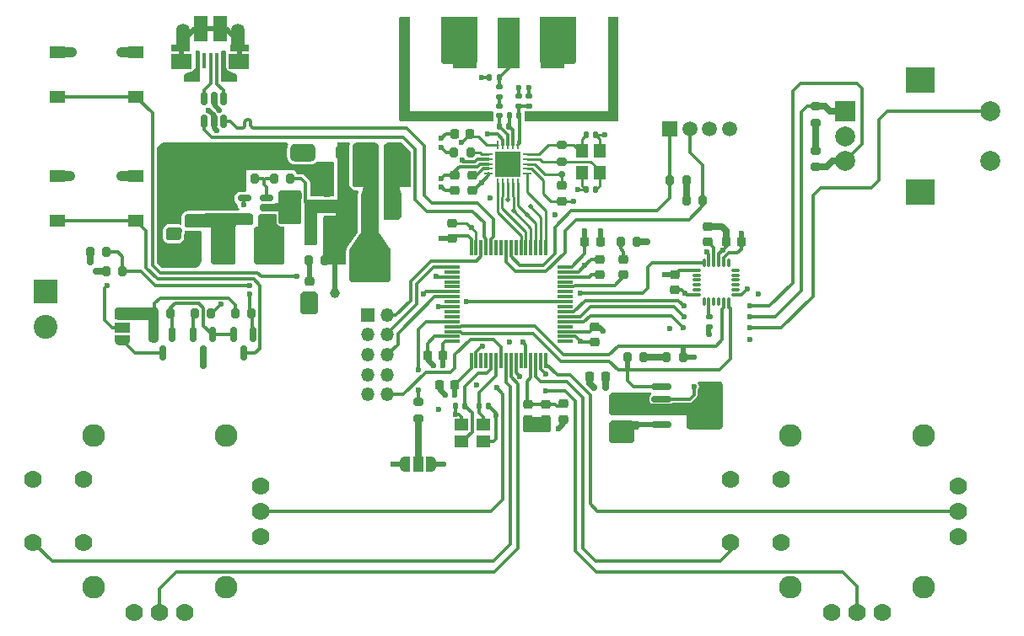
<source format=gbr>
%TF.GenerationSoftware,KiCad,Pcbnew,7.0.1*%
%TF.CreationDate,2023-10-06T11:12:28+02:00*%
%TF.ProjectId,Controller_board,436f6e74-726f-46c6-9c65-725f626f6172,rev?*%
%TF.SameCoordinates,Original*%
%TF.FileFunction,Copper,L1,Top*%
%TF.FilePolarity,Positive*%
%FSLAX46Y46*%
G04 Gerber Fmt 4.6, Leading zero omitted, Abs format (unit mm)*
G04 Created by KiCad (PCBNEW 7.0.1) date 2023-10-06 11:12:28*
%MOMM*%
%LPD*%
G01*
G04 APERTURE LIST*
G04 Aperture macros list*
%AMRoundRect*
0 Rectangle with rounded corners*
0 $1 Rounding radius*
0 $2 $3 $4 $5 $6 $7 $8 $9 X,Y pos of 4 corners*
0 Add a 4 corners polygon primitive as box body*
4,1,4,$2,$3,$4,$5,$6,$7,$8,$9,$2,$3,0*
0 Add four circle primitives for the rounded corners*
1,1,$1+$1,$2,$3*
1,1,$1+$1,$4,$5*
1,1,$1+$1,$6,$7*
1,1,$1+$1,$8,$9*
0 Add four rect primitives between the rounded corners*
20,1,$1+$1,$2,$3,$4,$5,0*
20,1,$1+$1,$4,$5,$6,$7,0*
20,1,$1+$1,$6,$7,$8,$9,0*
20,1,$1+$1,$8,$9,$2,$3,0*%
%AMFreePoly0*
4,1,19,0.550000,-0.750000,0.000000,-0.750000,0.000000,-0.744911,-0.071157,-0.744911,-0.207708,-0.704816,-0.327430,-0.627875,-0.420627,-0.520320,-0.479746,-0.390866,-0.500000,-0.250000,-0.500000,0.250000,-0.479746,0.390866,-0.420627,0.520320,-0.327430,0.627875,-0.207708,0.704816,-0.071157,0.744911,0.000000,0.744911,0.000000,0.750000,0.550000,0.750000,0.550000,-0.750000,0.550000,-0.750000,
$1*%
%AMFreePoly1*
4,1,19,0.000000,0.744911,0.071157,0.744911,0.207708,0.704816,0.327430,0.627875,0.420627,0.520320,0.479746,0.390866,0.500000,0.250000,0.500000,-0.250000,0.479746,-0.390866,0.420627,-0.520320,0.327430,-0.627875,0.207708,-0.704816,0.071157,-0.744911,0.000000,-0.744911,0.000000,-0.750000,-0.550000,-0.750000,-0.550000,0.750000,0.000000,0.750000,0.000000,0.744911,0.000000,0.744911,
$1*%
G04 Aperture macros list end*
%TA.AperFunction,ComponentPad*%
%ADD10R,2.000000X2.000000*%
%TD*%
%TA.AperFunction,ComponentPad*%
%ADD11C,2.000000*%
%TD*%
%TA.AperFunction,ComponentPad*%
%ADD12R,3.000000X2.500000*%
%TD*%
%TA.AperFunction,SMDPad,CuDef*%
%ADD13RoundRect,0.225000X-0.250000X0.225000X-0.250000X-0.225000X0.250000X-0.225000X0.250000X0.225000X0*%
%TD*%
%TA.AperFunction,SMDPad,CuDef*%
%ADD14RoundRect,0.225000X-0.225000X-0.250000X0.225000X-0.250000X0.225000X0.250000X-0.225000X0.250000X0*%
%TD*%
%TA.AperFunction,SMDPad,CuDef*%
%ADD15FreePoly0,270.000000*%
%TD*%
%TA.AperFunction,SMDPad,CuDef*%
%ADD16R,1.500000X1.000000*%
%TD*%
%TA.AperFunction,SMDPad,CuDef*%
%ADD17FreePoly1,270.000000*%
%TD*%
%TA.AperFunction,SMDPad,CuDef*%
%ADD18RoundRect,0.140000X-0.140000X-0.170000X0.140000X-0.170000X0.140000X0.170000X-0.140000X0.170000X0*%
%TD*%
%TA.AperFunction,SMDPad,CuDef*%
%ADD19RoundRect,0.150000X0.587500X0.150000X-0.587500X0.150000X-0.587500X-0.150000X0.587500X-0.150000X0*%
%TD*%
%TA.AperFunction,SMDPad,CuDef*%
%ADD20R,0.400000X1.650000*%
%TD*%
%TA.AperFunction,SMDPad,CuDef*%
%ADD21R,1.825000X0.700000*%
%TD*%
%TA.AperFunction,SMDPad,CuDef*%
%ADD22R,2.000000X1.500000*%
%TD*%
%TA.AperFunction,SMDPad,CuDef*%
%ADD23R,1.350000X2.000000*%
%TD*%
%TA.AperFunction,ComponentPad*%
%ADD24O,1.350000X1.700000*%
%TD*%
%TA.AperFunction,ComponentPad*%
%ADD25O,1.100000X1.500000*%
%TD*%
%TA.AperFunction,SMDPad,CuDef*%
%ADD26R,1.430000X2.500000*%
%TD*%
%TA.AperFunction,SMDPad,CuDef*%
%ADD27RoundRect,0.140000X0.170000X-0.140000X0.170000X0.140000X-0.170000X0.140000X-0.170000X-0.140000X0*%
%TD*%
%TA.AperFunction,SMDPad,CuDef*%
%ADD28RoundRect,0.225000X0.250000X-0.225000X0.250000X0.225000X-0.250000X0.225000X-0.250000X-0.225000X0*%
%TD*%
%TA.AperFunction,SMDPad,CuDef*%
%ADD29RoundRect,0.200000X-0.275000X0.200000X-0.275000X-0.200000X0.275000X-0.200000X0.275000X0.200000X0*%
%TD*%
%TA.AperFunction,SMDPad,CuDef*%
%ADD30R,1.500000X2.200000*%
%TD*%
%TA.AperFunction,SMDPad,CuDef*%
%ADD31R,3.800000X2.200000*%
%TD*%
%TA.AperFunction,SMDPad,CuDef*%
%ADD32RoundRect,0.075000X0.350000X0.075000X-0.350000X0.075000X-0.350000X-0.075000X0.350000X-0.075000X0*%
%TD*%
%TA.AperFunction,SMDPad,CuDef*%
%ADD33RoundRect,0.075000X-0.075000X0.350000X-0.075000X-0.350000X0.075000X-0.350000X0.075000X0.350000X0*%
%TD*%
%TA.AperFunction,SMDPad,CuDef*%
%ADD34RoundRect,0.150000X-0.150000X0.587500X-0.150000X-0.587500X0.150000X-0.587500X0.150000X0.587500X0*%
%TD*%
%TA.AperFunction,SMDPad,CuDef*%
%ADD35RoundRect,0.225000X0.225000X0.375000X-0.225000X0.375000X-0.225000X-0.375000X0.225000X-0.375000X0*%
%TD*%
%TA.AperFunction,SMDPad,CuDef*%
%ADD36RoundRect,0.075000X0.075000X-0.700000X0.075000X0.700000X-0.075000X0.700000X-0.075000X-0.700000X0*%
%TD*%
%TA.AperFunction,SMDPad,CuDef*%
%ADD37RoundRect,0.075000X0.700000X-0.075000X0.700000X0.075000X-0.700000X0.075000X-0.700000X-0.075000X0*%
%TD*%
%TA.AperFunction,SMDPad,CuDef*%
%ADD38RoundRect,0.218750X0.256250X-0.218750X0.256250X0.218750X-0.256250X0.218750X-0.256250X-0.218750X0*%
%TD*%
%TA.AperFunction,SMDPad,CuDef*%
%ADD39RoundRect,0.140000X-0.170000X0.140000X-0.170000X-0.140000X0.170000X-0.140000X0.170000X0.140000X0*%
%TD*%
%TA.AperFunction,SMDPad,CuDef*%
%ADD40FreePoly0,0.000000*%
%TD*%
%TA.AperFunction,SMDPad,CuDef*%
%ADD41R,1.000000X1.500000*%
%TD*%
%TA.AperFunction,SMDPad,CuDef*%
%ADD42FreePoly1,0.000000*%
%TD*%
%TA.AperFunction,SMDPad,CuDef*%
%ADD43RoundRect,0.250000X0.250000X0.475000X-0.250000X0.475000X-0.250000X-0.475000X0.250000X-0.475000X0*%
%TD*%
%TA.AperFunction,SMDPad,CuDef*%
%ADD44RoundRect,0.200000X-0.200000X-0.275000X0.200000X-0.275000X0.200000X0.275000X-0.200000X0.275000X0*%
%TD*%
%TA.AperFunction,SMDPad,CuDef*%
%ADD45RoundRect,0.200000X0.200000X0.275000X-0.200000X0.275000X-0.200000X-0.275000X0.200000X-0.275000X0*%
%TD*%
%TA.AperFunction,ComponentPad*%
%ADD46C,1.778000*%
%TD*%
%TA.AperFunction,ComponentPad*%
%ADD47C,2.286000*%
%TD*%
%TA.AperFunction,ComponentPad*%
%ADD48R,1.500000X1.500000*%
%TD*%
%TA.AperFunction,ComponentPad*%
%ADD49C,1.500000*%
%TD*%
%TA.AperFunction,SMDPad,CuDef*%
%ADD50RoundRect,0.225000X0.225000X0.250000X-0.225000X0.250000X-0.225000X-0.250000X0.225000X-0.250000X0*%
%TD*%
%TA.AperFunction,SMDPad,CuDef*%
%ADD51RoundRect,0.250000X-0.312500X-1.450000X0.312500X-1.450000X0.312500X1.450000X-0.312500X1.450000X0*%
%TD*%
%TA.AperFunction,ComponentPad*%
%ADD52R,1.350000X1.350000*%
%TD*%
%TA.AperFunction,ComponentPad*%
%ADD53O,1.350000X1.350000*%
%TD*%
%TA.AperFunction,SMDPad,CuDef*%
%ADD54C,1.000000*%
%TD*%
%TA.AperFunction,ComponentPad*%
%ADD55R,2.400000X2.400000*%
%TD*%
%TA.AperFunction,ComponentPad*%
%ADD56C,2.400000*%
%TD*%
%TA.AperFunction,SMDPad,CuDef*%
%ADD57R,1.550000X1.300000*%
%TD*%
%TA.AperFunction,SMDPad,CuDef*%
%ADD58RoundRect,0.150000X0.825000X0.150000X-0.825000X0.150000X-0.825000X-0.150000X0.825000X-0.150000X0*%
%TD*%
%TA.AperFunction,SMDPad,CuDef*%
%ADD59RoundRect,0.140000X0.140000X0.170000X-0.140000X0.170000X-0.140000X-0.170000X0.140000X-0.170000X0*%
%TD*%
%TA.AperFunction,SMDPad,CuDef*%
%ADD60R,1.400000X1.200000*%
%TD*%
%TA.AperFunction,SMDPad,CuDef*%
%ADD61R,2.286000X5.080000*%
%TD*%
%TA.AperFunction,SMDPad,CuDef*%
%ADD62R,2.413000X5.080000*%
%TD*%
%TA.AperFunction,SMDPad,CuDef*%
%ADD63RoundRect,0.200000X0.275000X-0.200000X0.275000X0.200000X-0.275000X0.200000X-0.275000X-0.200000X0*%
%TD*%
%TA.AperFunction,SMDPad,CuDef*%
%ADD64RoundRect,0.147500X-0.147500X-0.172500X0.147500X-0.172500X0.147500X0.172500X-0.147500X0.172500X0*%
%TD*%
%TA.AperFunction,SMDPad,CuDef*%
%ADD65RoundRect,0.150000X0.512500X0.150000X-0.512500X0.150000X-0.512500X-0.150000X0.512500X-0.150000X0*%
%TD*%
%TA.AperFunction,SMDPad,CuDef*%
%ADD66RoundRect,0.062500X0.062500X-0.350000X0.062500X0.350000X-0.062500X0.350000X-0.062500X-0.350000X0*%
%TD*%
%TA.AperFunction,SMDPad,CuDef*%
%ADD67RoundRect,0.062500X0.350000X-0.062500X0.350000X0.062500X-0.350000X0.062500X-0.350000X-0.062500X0*%
%TD*%
%TA.AperFunction,SMDPad,CuDef*%
%ADD68R,2.500000X2.500000*%
%TD*%
%TA.AperFunction,SMDPad,CuDef*%
%ADD69R,1.200000X1.400000*%
%TD*%
%TA.AperFunction,SMDPad,CuDef*%
%ADD70RoundRect,0.147500X0.172500X-0.147500X0.172500X0.147500X-0.172500X0.147500X-0.172500X-0.147500X0*%
%TD*%
%TA.AperFunction,SMDPad,CuDef*%
%ADD71RoundRect,0.150000X-0.150000X0.512500X-0.150000X-0.512500X0.150000X-0.512500X0.150000X0.512500X0*%
%TD*%
%TA.AperFunction,ViaPad*%
%ADD72C,0.600000*%
%TD*%
%TA.AperFunction,ViaPad*%
%ADD73C,0.700000*%
%TD*%
%TA.AperFunction,ViaPad*%
%ADD74C,0.500000*%
%TD*%
%TA.AperFunction,Conductor*%
%ADD75C,0.300000*%
%TD*%
%TA.AperFunction,Conductor*%
%ADD76C,0.349250*%
%TD*%
%TA.AperFunction,Conductor*%
%ADD77C,0.250000*%
%TD*%
%TA.AperFunction,Conductor*%
%ADD78C,0.700000*%
%TD*%
%TA.AperFunction,Conductor*%
%ADD79C,0.500000*%
%TD*%
%TA.AperFunction,Conductor*%
%ADD80C,1.000000*%
%TD*%
G04 APERTURE END LIST*
D10*
%TO.P,SW2,A,A*%
%TO.N,ENC_A*%
X148833000Y-89829000D03*
D11*
%TO.P,SW2,B,B*%
%TO.N,ENC_B*%
X148833000Y-94829000D03*
%TO.P,SW2,C,C*%
%TO.N,-BATT*%
X148833000Y-92329000D03*
D12*
%TO.P,SW2,MP*%
%TO.N,N/C*%
X156333000Y-86729000D03*
X156333000Y-97929000D03*
D11*
%TO.P,SW2,S1,S1*%
%TO.N,ENC_BUTTON*%
X163333000Y-89829000D03*
%TO.P,SW2,S2,S2*%
%TO.N,-BATT*%
X163333000Y-94829000D03*
%TD*%
D13*
%TO.P,C12,1*%
%TO.N,Net-(U4-VREF+)*%
X118770400Y-119253000D03*
%TO.P,C12,2*%
%TO.N,-BATT*%
X118770400Y-120803000D03*
%TD*%
D14*
%TO.P,C20,1*%
%TO.N,-BATT*%
X136842200Y-102920800D03*
%TO.P,C20,2*%
%TO.N,+3.3V*%
X138392200Y-102920800D03*
%TD*%
D15*
%TO.P,JP1,1,A*%
%TO.N,+BATT*%
X76200000Y-110254500D03*
D16*
%TO.P,JP1,2,C*%
%TO.N,EN*%
X76200000Y-111554500D03*
D17*
%TO.P,JP1,3,B*%
%TO.N,LATCH_POWERUP*%
X76200000Y-112854500D03*
%TD*%
D18*
%TO.P,C15,1*%
%TO.N,Net-(U4-PH1)*%
X112032200Y-119418800D03*
%TO.P,C15,2*%
%TO.N,-BATT*%
X112992200Y-119418800D03*
%TD*%
D19*
%TO.P,Q1,1,G*%
%TO.N,-BATT*%
X83335100Y-102810600D03*
%TO.P,Q1,2,S*%
%TO.N,Net-(Q1-S)*%
X83335100Y-100910600D03*
%TO.P,Q1,3,D*%
%TO.N,+BATT*%
X81460100Y-101860600D03*
%TD*%
D20*
%TO.P,J1,1,VBUS*%
%TO.N,V_USB*%
X86397000Y-84709400D03*
%TO.P,J1,2,D-*%
%TO.N,USB_CONN_D-*%
X85747000Y-84709400D03*
%TO.P,J1,3,D+*%
%TO.N,USB_CONN_D+*%
X85097000Y-84709400D03*
%TO.P,J1,4,ID*%
%TO.N,unconnected-(J1-ID-Pad4)*%
X84447000Y-84709400D03*
%TO.P,J1,5,GND*%
%TO.N,-BATT*%
X83797000Y-84709400D03*
D21*
%TO.P,J1,6,Shield*%
%TO.N,unconnected-(J1-Shield-Pad6)*%
X88047000Y-83509400D03*
D22*
X87947000Y-84809400D03*
D23*
X87827000Y-82759400D03*
D24*
X87827000Y-81829400D03*
D25*
X87517000Y-84829400D03*
D26*
X86057000Y-81559400D03*
X84137000Y-81559400D03*
D25*
X82677000Y-84829400D03*
D24*
X82367000Y-81829400D03*
D23*
X82347000Y-82759400D03*
D22*
X82197000Y-84829400D03*
D21*
X82097000Y-83509400D03*
%TD*%
D27*
%TO.P,C22,1*%
%TO.N,Net-(C22-Pad1)*%
X114096800Y-88364000D03*
%TO.P,C22,2*%
%TO.N,Net-(C22-Pad2)*%
X114096800Y-87404000D03*
%TD*%
D13*
%TO.P,C3,1*%
%TO.N,+3.3V*%
X123647200Y-111493000D03*
%TO.P,C3,2*%
%TO.N,-BATT*%
X123647200Y-113043000D03*
%TD*%
D28*
%TO.P,C21,1*%
%TO.N,-BATT*%
X131673600Y-107810600D03*
%TO.P,C21,2*%
%TO.N,+3.3V*%
X131673600Y-106260600D03*
%TD*%
%TO.P,C32,1*%
%TO.N,+3.3V*%
X127635000Y-121374200D03*
%TO.P,C32,2*%
%TO.N,-BATT*%
X127635000Y-119824200D03*
%TD*%
D29*
%TO.P,R11,1*%
%TO.N,BOOT0*%
X105918000Y-119063000D03*
%TO.P,R11,2*%
%TO.N,Net-(SW1-B)*%
X105918000Y-120713000D03*
%TD*%
D30*
%TO.P,U1,1,GND*%
%TO.N,-BATT*%
X103392000Y-99466000D03*
%TO.P,U1,2,VOUT*%
%TO.N,+3.3V*%
X101092000Y-99466000D03*
%TO.P,U1,3,VIN*%
%TO.N,+5V*%
X98792000Y-99466000D03*
D31*
%TO.P,U1,4,VOUT*%
%TO.N,+3.3V*%
X101092000Y-105766000D03*
%TD*%
D32*
%TO.P,U5,1,CLKIN*%
%TO.N,-BATT*%
X137820400Y-108297600D03*
%TO.P,U5,2,NC*%
%TO.N,unconnected-(U5-NC-Pad2)*%
X137820400Y-107797600D03*
%TO.P,U5,3,NC*%
%TO.N,unconnected-(U5-NC-Pad3)*%
X137820400Y-107297600D03*
%TO.P,U5,4,NC*%
%TO.N,unconnected-(U5-NC-Pad4)*%
X137820400Y-106797600D03*
%TO.P,U5,5,NC*%
%TO.N,unconnected-(U5-NC-Pad5)*%
X137820400Y-106297600D03*
%TO.P,U5,6,AUX_DA*%
%TO.N,unconnected-(U5-AUX_DA-Pad6)*%
X137820400Y-105797600D03*
D33*
%TO.P,U5,7,AUX_CL*%
%TO.N,unconnected-(U5-AUX_CL-Pad7)*%
X137120400Y-105097600D03*
%TO.P,U5,8,VLOGIC*%
%TO.N,+3.3V*%
X136620400Y-105097600D03*
%TO.P,U5,9,AD0*%
%TO.N,-BATT*%
X136120400Y-105097600D03*
%TO.P,U5,10,REGOUT*%
%TO.N,Net-(U5-REGOUT)*%
X135620400Y-105097600D03*
%TO.P,U5,11,FSYNC*%
%TO.N,-BATT*%
X135120400Y-105097600D03*
%TO.P,U5,12,INT*%
%TO.N,MPU-6050_IRQ*%
X134620400Y-105097600D03*
D32*
%TO.P,U5,13,VDD*%
%TO.N,+3.3V*%
X133920400Y-105797600D03*
%TO.P,U5,14,NC*%
%TO.N,unconnected-(U5-NC-Pad14)*%
X133920400Y-106297600D03*
%TO.P,U5,15,NC*%
%TO.N,unconnected-(U5-NC-Pad15)*%
X133920400Y-106797600D03*
%TO.P,U5,16,NC*%
%TO.N,unconnected-(U5-NC-Pad16)*%
X133920400Y-107297600D03*
%TO.P,U5,17,NC*%
%TO.N,unconnected-(U5-NC-Pad17)*%
X133920400Y-107797600D03*
%TO.P,U5,18,GND*%
%TO.N,-BATT*%
X133920400Y-108297600D03*
D33*
%TO.P,U5,19,RESV*%
%TO.N,unconnected-(U5-RESV-Pad19)*%
X134620400Y-108997600D03*
%TO.P,U5,20,CPOUT*%
%TO.N,Net-(U5-CPOUT)*%
X135120400Y-108997600D03*
%TO.P,U5,21,RESV*%
%TO.N,unconnected-(U5-RESV-Pad21)*%
X135620400Y-108997600D03*
%TO.P,U5,22,RESV*%
%TO.N,unconnected-(U5-RESV-Pad22)*%
X136120400Y-108997600D03*
%TO.P,U5,23,SCL*%
%TO.N,I2C_SCL*%
X136620400Y-108997600D03*
%TO.P,U5,24,SDA*%
%TO.N,I2C_SDA*%
X137120400Y-108997600D03*
%TD*%
D34*
%TO.P,Q3,1,C*%
%TO.N,Net-(Q2-G)*%
X85278000Y-112268000D03*
%TO.P,Q3,2,B*%
%TO.N,Net-(Q3-B)*%
X83378000Y-112268000D03*
%TO.P,Q3,3,E*%
%TO.N,-BATT*%
X84328000Y-114143000D03*
%TD*%
D35*
%TO.P,D5,1,K*%
%TO.N,+5V*%
X98043000Y-93980000D03*
%TO.P,D5,2,A*%
%TO.N,V_USB*%
X94743000Y-93980000D03*
%TD*%
D34*
%TO.P,Q2,1,G*%
%TO.N,Net-(Q2-G)*%
X81214000Y-112268000D03*
%TO.P,Q2,2,S*%
%TO.N,+BATT*%
X79314000Y-112268000D03*
%TO.P,Q2,3,D*%
%TO.N,LATCH_POWERUP*%
X80264000Y-114143000D03*
%TD*%
D28*
%TO.P,C31,1*%
%TO.N,+3.3V*%
X125730000Y-121374200D03*
%TO.P,C31,2*%
%TO.N,-BATT*%
X125730000Y-119824200D03*
%TD*%
D36*
%TO.P,U4,1,VBAT*%
%TO.N,+3.3V*%
X111250000Y-114895000D03*
%TO.P,U4,2,PC13*%
%TO.N,MPU-6050_IRQ*%
X111750000Y-114895000D03*
%TO.P,U4,3,PC14*%
%TO.N,unconnected-(U4-PC14-Pad3)*%
X112250000Y-114895000D03*
%TO.P,U4,4,PC15*%
%TO.N,unconnected-(U4-PC15-Pad4)*%
X112750000Y-114895000D03*
%TO.P,U4,5,PH0*%
%TO.N,Net-(U4-PH0)*%
X113250000Y-114895000D03*
%TO.P,U4,6,PH1*%
%TO.N,Net-(U4-PH1)*%
X113750000Y-114895000D03*
%TO.P,U4,7,NRST*%
%TO.N,NRST*%
X114250000Y-114895000D03*
%TO.P,U4,8,PC0*%
%TO.N,JOY1_BUTTON*%
X114750000Y-114895000D03*
%TO.P,U4,9,PC1*%
%TO.N,JOY1_ADC_Y*%
X115250000Y-114895000D03*
%TO.P,U4,10,PC2*%
%TO.N,JOY1_ADC_X*%
X115750000Y-114895000D03*
%TO.P,U4,11,PC3*%
%TO.N,unconnected-(U4-PC3-Pad11)*%
X116250000Y-114895000D03*
%TO.P,U4,12,VSSA*%
%TO.N,-BATT*%
X116750000Y-114895000D03*
%TO.P,U4,13,VREF+*%
%TO.N,Net-(U4-VREF+)*%
X117250000Y-114895000D03*
%TO.P,U4,14,PA0*%
%TO.N,JOY2_BUTTON*%
X117750000Y-114895000D03*
%TO.P,U4,15,PA1*%
%TO.N,JOY2_ADC_Y*%
X118250000Y-114895000D03*
%TO.P,U4,16,PA2*%
%TO.N,JOY2_ADC_X*%
X118750000Y-114895000D03*
D37*
%TO.P,U4,17,PA3*%
%TO.N,unconnected-(U4-PA3-Pad17)*%
X120675000Y-112970000D03*
%TO.P,U4,18,VSS*%
%TO.N,-BATT*%
X120675000Y-112470000D03*
%TO.P,U4,19,VDD*%
%TO.N,+3.3V*%
X120675000Y-111970000D03*
%TO.P,U4,20,PA4*%
%TO.N,unconnected-(U4-PA4-Pad20)*%
X120675000Y-111470000D03*
%TO.P,U4,21,PA5*%
%TO.N,ENC_BUTTON*%
X120675000Y-110970000D03*
%TO.P,U4,22,PA6*%
%TO.N,ENC_A*%
X120675000Y-110470000D03*
%TO.P,U4,23,PA7*%
%TO.N,ENC_B*%
X120675000Y-109970000D03*
%TO.P,U4,24,PC4*%
%TO.N,unconnected-(U4-PC4-Pad24)*%
X120675000Y-109470000D03*
%TO.P,U4,25,PC5*%
%TO.N,BATTERY_ADC*%
X120675000Y-108970000D03*
%TO.P,U4,26,PB0*%
%TO.N,unconnected-(U4-PB0-Pad26)*%
X120675000Y-108470000D03*
%TO.P,U4,27,PB1*%
%TO.N,unconnected-(U4-PB1-Pad27)*%
X120675000Y-107970000D03*
%TO.P,U4,28,PB2*%
%TO.N,Net-(D4-K)*%
X120675000Y-107470000D03*
%TO.P,U4,29,PB10*%
%TO.N,unconnected-(U4-PB10-Pad29)*%
X120675000Y-106970000D03*
%TO.P,U4,30,VCAP1*%
%TO.N,Net-(U4-VCAP1)*%
X120675000Y-106470000D03*
%TO.P,U4,31,VSS*%
%TO.N,-BATT*%
X120675000Y-105970000D03*
%TO.P,U4,32,VDD*%
%TO.N,+3.3V*%
X120675000Y-105470000D03*
D36*
%TO.P,U4,33,PB12*%
%TO.N,NRF_IRQ*%
X118750000Y-103545000D03*
%TO.P,U4,34,PB13*%
%TO.N,NRF_SCK*%
X118250000Y-103545000D03*
%TO.P,U4,35,PB14*%
%TO.N,NRF_MISO*%
X117750000Y-103545000D03*
%TO.P,U4,36,PB15*%
%TO.N,NRF_MOSI*%
X117250000Y-103545000D03*
%TO.P,U4,37,PC6*%
%TO.N,NRF_CSN*%
X116750000Y-103545000D03*
%TO.P,U4,38,PC7*%
%TO.N,NRF_CE*%
X116250000Y-103545000D03*
%TO.P,U4,39,PC8*%
%TO.N,unconnected-(U4-PC8-Pad39)*%
X115750000Y-103545000D03*
%TO.P,U4,40,PC9*%
%TO.N,OLED_SDA*%
X115250000Y-103545000D03*
%TO.P,U4,41,PA8*%
%TO.N,OLED_SCL*%
X114750000Y-103545000D03*
%TO.P,U4,42,PA9*%
%TO.N,unconnected-(U4-PA9-Pad42)*%
X114250000Y-103545000D03*
%TO.P,U4,43,PA10*%
%TO.N,unconnected-(U4-PA10-Pad43)*%
X113750000Y-103545000D03*
%TO.P,U4,44,PA11*%
%TO.N,USB_D-*%
X113250000Y-103545000D03*
%TO.P,U4,45,PA12*%
%TO.N,USB_D+*%
X112750000Y-103545000D03*
%TO.P,U4,46,PA13*%
%TO.N,SWDIO*%
X112250000Y-103545000D03*
%TO.P,U4,47,VSS*%
%TO.N,-BATT*%
X111750000Y-103545000D03*
%TO.P,U4,48,VDD*%
%TO.N,+3.3V*%
X111250000Y-103545000D03*
D37*
%TO.P,U4,49,PA14*%
%TO.N,SWCLK*%
X109325000Y-105470000D03*
%TO.P,U4,50,PA15*%
%TO.N,unconnected-(U4-PA15-Pad50)*%
X109325000Y-105970000D03*
%TO.P,U4,51,PC10*%
%TO.N,BUTTON_UP*%
X109325000Y-106470000D03*
%TO.P,U4,52,PC11*%
%TO.N,unconnected-(U4-PC11-Pad52)*%
X109325000Y-106970000D03*
%TO.P,U4,53,PC12*%
%TO.N,unconnected-(U4-PC12-Pad53)*%
X109325000Y-107470000D03*
%TO.P,U4,54,PD2*%
%TO.N,Power_Btn*%
X109325000Y-107970000D03*
%TO.P,U4,55,PB3*%
%TO.N,SWO*%
X109325000Y-108470000D03*
%TO.P,U4,56,PB4*%
%TO.N,unconnected-(U4-PB4-Pad56)*%
X109325000Y-108970000D03*
%TO.P,U4,57,PB5*%
%TO.N,KEEP_ALIVE*%
X109325000Y-109470000D03*
%TO.P,U4,58,PB6*%
%TO.N,unconnected-(U4-PB6-Pad58)*%
X109325000Y-109970000D03*
%TO.P,U4,59,PB7*%
%TO.N,unconnected-(U4-PB7-Pad59)*%
X109325000Y-110470000D03*
%TO.P,U4,60,BOOT0*%
%TO.N,BOOT0*%
X109325000Y-110970000D03*
%TO.P,U4,61,PB8*%
%TO.N,I2C_SCL*%
X109325000Y-111470000D03*
%TO.P,U4,62,PB9*%
%TO.N,I2C_SDA*%
X109325000Y-111970000D03*
%TO.P,U4,63,VSS*%
%TO.N,-BATT*%
X109325000Y-112470000D03*
%TO.P,U4,64,VDD*%
%TO.N,+3.3V*%
X109325000Y-112970000D03*
%TD*%
D38*
%TO.P,D3,1,K*%
%TO.N,-BATT*%
X94996000Y-108483500D03*
%TO.P,D3,2,A*%
%TO.N,Net-(D3-A)*%
X94996000Y-106908500D03*
%TD*%
D39*
%TO.P,C27,1*%
%TO.N,-BATT*%
X116052600Y-88318400D03*
%TO.P,C27,2*%
%TO.N,NRF_VDD_PA*%
X116052600Y-89278400D03*
%TD*%
D40*
%TO.P,SW1,1,A*%
%TO.N,+3.3V*%
X104618000Y-125292100D03*
D41*
%TO.P,SW1,2,B*%
%TO.N,Net-(SW1-B)*%
X105918000Y-125292100D03*
D42*
%TO.P,SW1,3,C*%
%TO.N,-BATT*%
X107218000Y-125292100D03*
%TD*%
D43*
%TO.P,C8,1*%
%TO.N,+5V*%
X95057000Y-99517200D03*
%TO.P,C8,2*%
%TO.N,-BATT*%
X93157000Y-99517200D03*
%TD*%
D28*
%TO.P,C9,1*%
%TO.N,+5V*%
X96774000Y-99530200D03*
%TO.P,C9,2*%
%TO.N,-BATT*%
X96774000Y-97980200D03*
%TD*%
D44*
%TO.P,R7,1*%
%TO.N,+3.3V*%
X132842000Y-98806000D03*
%TO.P,R7,2*%
%TO.N,OLED_SCL*%
X134492000Y-98806000D03*
%TD*%
D13*
%TO.P,C13,1*%
%TO.N,Net-(U4-VREF+)*%
X116941600Y-119253000D03*
%TO.P,C13,2*%
%TO.N,-BATT*%
X116941600Y-120803000D03*
%TD*%
D45*
%TO.P,R3,1*%
%TO.N,+5V*%
X96583000Y-104775000D03*
%TO.P,R3,2*%
%TO.N,Net-(D3-A)*%
X94933000Y-104775000D03*
%TD*%
D46*
%TO.P,U9,B1A,SEL+*%
%TO.N,JOY2_BUTTON*%
X137300000Y-133175000D03*
%TO.P,U9,B1B*%
%TO.N,N/C*%
X137300000Y-126825000D03*
%TO.P,U9,B2A,SEL-*%
%TO.N,-BATT*%
X142380000Y-133175000D03*
%TO.P,U9,B2B*%
%TO.N,N/C*%
X142380000Y-126825000D03*
%TO.P,U9,H1,H+*%
%TO.N,+3.3V*%
X160160000Y-132540000D03*
%TO.P,U9,H2,H*%
%TO.N,JOY2_ADC_X*%
X160160000Y-130000000D03*
%TO.P,U9,H3,H-*%
%TO.N,-BATT*%
X160160000Y-127460000D03*
D47*
%TO.P,U9,S1,SHIELD*%
%TO.N,unconnected-(U9-SHIELD-PadS1)*%
X143332500Y-137620000D03*
%TO.P,U9,S2,SHIELD*%
%TO.N,unconnected-(U9-SHIELD-PadS2)*%
X156667500Y-137620000D03*
%TO.P,U9,S3,SHIELD*%
%TO.N,unconnected-(U9-SHIELD-PadS3)*%
X156667500Y-122380000D03*
%TO.P,U9,S4,SHIELD*%
%TO.N,unconnected-(U9-SHIELD-PadS4)*%
X143332500Y-122380000D03*
D46*
%TO.P,U9,V1,V+*%
%TO.N,+3.3V*%
X147460000Y-140160000D03*
%TO.P,U9,V2,V*%
%TO.N,JOY2_ADC_Y*%
X150000000Y-140160000D03*
%TO.P,U9,V3,V-*%
%TO.N,-BATT*%
X152540000Y-140160000D03*
%TD*%
D48*
%TO.P,J2,1,Pin_1*%
%TO.N,OLED_SDA*%
X131191000Y-91610000D03*
D49*
%TO.P,J2,2,Pin_2*%
%TO.N,OLED_SCL*%
X133191000Y-91610000D03*
%TO.P,J2,3,Pin_3*%
%TO.N,+3.3V*%
X135191000Y-91610000D03*
%TO.P,J2,4,Pin_4*%
%TO.N,-BATT*%
X137191000Y-91610000D03*
%TD*%
D50*
%TO.P,C6,1*%
%TO.N,+3.3V*%
X108420200Y-114401600D03*
%TO.P,C6,2*%
%TO.N,-BATT*%
X106870200Y-114401600D03*
%TD*%
D51*
%TO.P,L1,1*%
%TO.N,Net-(Q1-S)*%
X85949700Y-103454200D03*
%TO.P,L1,2*%
%TO.N,Net-(D2-A)*%
X90224700Y-103454200D03*
%TD*%
D52*
%TO.P,J3,1,Pin_1*%
%TO.N,+3.3V*%
X100854000Y-110300000D03*
D53*
%TO.P,J3,2,Pin_2*%
%TO.N,SWDIO*%
X102854000Y-110300000D03*
%TO.P,J3,3,Pin_3*%
%TO.N,-BATT*%
X100854000Y-112300000D03*
%TO.P,J3,4,Pin_4*%
%TO.N,SWCLK*%
X102854000Y-112300000D03*
%TO.P,J3,5,Pin_5*%
%TO.N,-BATT*%
X100854000Y-114300000D03*
%TO.P,J3,6,Pin_6*%
%TO.N,SWO*%
X102854000Y-114300000D03*
%TO.P,J3,7,Pin_7*%
%TO.N,unconnected-(J3-Pin_7-Pad7)*%
X100854000Y-116300000D03*
%TO.P,J3,8,Pin_8*%
%TO.N,unconnected-(J3-Pin_8-Pad8)*%
X102854000Y-116300000D03*
%TO.P,J3,9,Pin_9*%
%TO.N,-BATT*%
X100854000Y-118300000D03*
%TO.P,J3,10,Pin_10*%
%TO.N,NRST*%
X102854000Y-118300000D03*
%TD*%
D13*
%TO.P,C28,1*%
%TO.N,-BATT*%
X134975600Y-101383800D03*
%TO.P,C28,2*%
%TO.N,Net-(U5-REGOUT)*%
X134975600Y-102933800D03*
%TD*%
D46*
%TO.P,U8,B1A,SEL+*%
%TO.N,JOY1_BUTTON*%
X67300000Y-133175000D03*
%TO.P,U8,B1B*%
%TO.N,N/C*%
X67300000Y-126825000D03*
%TO.P,U8,B2A,SEL-*%
%TO.N,-BATT*%
X72380000Y-133175000D03*
%TO.P,U8,B2B*%
%TO.N,N/C*%
X72380000Y-126825000D03*
%TO.P,U8,H1,H+*%
%TO.N,+3.3V*%
X90160000Y-132540000D03*
%TO.P,U8,H2,H*%
%TO.N,JOY1_ADC_X*%
X90160000Y-130000000D03*
%TO.P,U8,H3,H-*%
%TO.N,-BATT*%
X90160000Y-127460000D03*
D47*
%TO.P,U8,S1,SHIELD*%
%TO.N,unconnected-(U8-SHIELD-PadS1)*%
X73332500Y-137620000D03*
%TO.P,U8,S2,SHIELD*%
%TO.N,unconnected-(U8-SHIELD-PadS2)*%
X86667500Y-137620000D03*
%TO.P,U8,S3,SHIELD*%
%TO.N,unconnected-(U8-SHIELD-PadS3)*%
X86667500Y-122380000D03*
%TO.P,U8,S4,SHIELD*%
%TO.N,unconnected-(U8-SHIELD-PadS4)*%
X73332500Y-122380000D03*
D46*
%TO.P,U8,V1,V+*%
%TO.N,+3.3V*%
X77460000Y-140160000D03*
%TO.P,U8,V2,V*%
%TO.N,JOY1_ADC_Y*%
X80000000Y-140160000D03*
%TO.P,U8,V3,V-*%
%TO.N,-BATT*%
X82540000Y-140160000D03*
%TD*%
D45*
%TO.P,R8,1*%
%TO.N,+3.3V*%
X132841000Y-96774000D03*
%TO.P,R8,2*%
%TO.N,OLED_SDA*%
X131191000Y-96774000D03*
%TD*%
D28*
%TO.P,C19,1*%
%TO.N,+3.3V*%
X120370600Y-98844400D03*
%TO.P,C19,2*%
%TO.N,-BATT*%
X120370600Y-97294400D03*
%TD*%
D54*
%TO.P,TP1,1,1*%
%TO.N,+5V*%
X97536000Y-108077000D03*
%TD*%
D55*
%TO.P,BT1,1,+*%
%TO.N,+BATT*%
X68518000Y-107978000D03*
D56*
%TO.P,BT1,2,-*%
%TO.N,-BATT*%
X68518000Y-111478000D03*
%TD*%
D57*
%TO.P,SW4,1,1*%
%TO.N,-BATT*%
X69685000Y-96338000D03*
X77635000Y-96338000D03*
%TO.P,SW4,2,2*%
%TO.N,BUTTON_DOWN*%
X69685000Y-100838000D03*
X77635000Y-100838000D03*
%TD*%
D44*
%TO.P,R18,1*%
%TO.N,Net-(Q3-B)*%
X83503000Y-110157500D03*
%TO.P,R18,2*%
%TO.N,KEEP_ALIVE*%
X85153000Y-110157500D03*
%TD*%
%TO.P,R13,1*%
%TO.N,+3.3V*%
X109541800Y-93938600D03*
%TO.P,R13,2*%
%TO.N,Net-(U6-IREF)*%
X111191800Y-93938600D03*
%TD*%
D28*
%TO.P,C5,1*%
%TO.N,+3.3V*%
X109321600Y-102629000D03*
%TO.P,C5,2*%
%TO.N,-BATT*%
X109321600Y-101079000D03*
%TD*%
D38*
%TO.P,FB1,1*%
%TO.N,+3.3V*%
X120523000Y-120802500D03*
%TO.P,FB1,2*%
%TO.N,Net-(U4-VREF+)*%
X120523000Y-119227500D03*
%TD*%
D28*
%TO.P,C16,1*%
%TO.N,Net-(U4-VCAP1)*%
X124180600Y-106261200D03*
%TO.P,C16,2*%
%TO.N,-BATT*%
X124180600Y-104711200D03*
%TD*%
D45*
%TO.P,R1,1*%
%TO.N,+5V*%
X93103200Y-96596200D03*
%TO.P,R1,2*%
%TO.N,Net-(U2-FB)*%
X91453200Y-96596200D03*
%TD*%
D58*
%TO.P,U7,1,E0*%
%TO.N,-BATT*%
X135317000Y-121285000D03*
%TO.P,U7,2,E1*%
X135317000Y-120015000D03*
%TO.P,U7,3,E2*%
X135317000Y-118745000D03*
%TO.P,U7,4,VSS*%
X135317000Y-117475000D03*
%TO.P,U7,5,SDA*%
%TO.N,I2C_SDA*%
X130367000Y-117475000D03*
%TO.P,U7,6,SCL*%
%TO.N,I2C_SCL*%
X130367000Y-118745000D03*
%TO.P,U7,7,~{WC}*%
%TO.N,-BATT*%
X130367000Y-120015000D03*
%TO.P,U7,8,VCC*%
%TO.N,+3.3V*%
X130367000Y-121285000D03*
%TD*%
D59*
%TO.P,C24,1*%
%TO.N,NRF_XC2*%
X123749900Y-97701600D03*
%TO.P,C24,2*%
%TO.N,-BATT*%
X122789900Y-97701600D03*
%TD*%
D14*
%TO.P,C11,1*%
%TO.N,+3.3V*%
X101485400Y-95504000D03*
%TO.P,C11,2*%
%TO.N,-BATT*%
X103035400Y-95504000D03*
%TD*%
D45*
%TO.P,R10,1*%
%TO.N,+3.3V*%
X128587000Y-114554000D03*
%TO.P,R10,2*%
%TO.N,I2C_SDA*%
X126937000Y-114554000D03*
%TD*%
D60*
%TO.P,Y1,1,1*%
%TO.N,Net-(U4-PH0)*%
X110243000Y-123035800D03*
%TO.P,Y1,2,2*%
%TO.N,-BATT*%
X112443000Y-123035800D03*
%TO.P,Y1,3,3*%
%TO.N,Net-(U4-PH1)*%
X112443000Y-121335800D03*
%TO.P,Y1,4,4*%
%TO.N,-BATT*%
X110243000Y-121335800D03*
%TD*%
D50*
%TO.P,C18,1*%
%TO.N,+3.3V*%
X111141800Y-92109800D03*
%TO.P,C18,2*%
%TO.N,-BATT*%
X109591800Y-92109800D03*
%TD*%
D61*
%TO.P,J4,1*%
%TO.N,Net-(C22-Pad2)*%
X114998500Y-82931000D03*
D62*
%TO.P,J4,2*%
%TO.N,-BATT*%
X110617000Y-82931000D03*
X119380000Y-82931000D03*
%TD*%
D14*
%TO.P,C4,1*%
%TO.N,+3.3V*%
X122669000Y-102920800D03*
%TO.P,C4,2*%
%TO.N,-BATT*%
X124219000Y-102920800D03*
%TD*%
D38*
%TO.P,D4,1,K*%
%TO.N,Net-(D4-K)*%
X126542800Y-106273700D03*
%TO.P,D4,2,A*%
%TO.N,Net-(D4-A)*%
X126542800Y-104698700D03*
%TD*%
D63*
%TO.P,R12,1*%
%TO.N,NRF_XC2*%
X120370600Y-94869000D03*
%TO.P,R12,2*%
%TO.N,NRF_XC1*%
X120370600Y-93219000D03*
%TD*%
D39*
%TO.P,C26,1*%
%TO.N,-BATT*%
X117043200Y-88318400D03*
%TO.P,C26,2*%
%TO.N,NRF_VDD_PA*%
X117043200Y-89278400D03*
%TD*%
D45*
%TO.P,R2,1*%
%TO.N,BATTERY_ADC*%
X74637400Y-103987600D03*
%TO.P,R2,2*%
%TO.N,+BATT*%
X72987400Y-103987600D03*
%TD*%
D44*
%TO.P,R9,1*%
%TO.N,+3.3V*%
X130874000Y-114554000D03*
%TO.P,R9,2*%
%TO.N,I2C_SCL*%
X132524000Y-114554000D03*
%TD*%
D13*
%TO.P,C17,1*%
%TO.N,+3.3V*%
X109601000Y-96253000D03*
%TO.P,C17,2*%
%TO.N,-BATT*%
X109601000Y-97803000D03*
%TD*%
D59*
%TO.P,C14,1*%
%TO.N,Net-(U4-PH0)*%
X110655400Y-119418800D03*
%TO.P,C14,2*%
%TO.N,-BATT*%
X109695400Y-119418800D03*
%TD*%
%TO.P,C23,1*%
%TO.N,Net-(C22-Pad2)*%
X114068800Y-86461600D03*
%TO.P,C23,2*%
%TO.N,-BATT*%
X113108800Y-86461600D03*
%TD*%
D64*
%TO.P,L5,1*%
%TO.N,NRF_ANT1*%
X115085000Y-90246200D03*
%TO.P,L5,2*%
%TO.N,NRF_VDD_PA*%
X116055000Y-90246200D03*
%TD*%
D27*
%TO.P,C29,1*%
%TO.N,-BATT*%
X135128000Y-111478000D03*
%TO.P,C29,2*%
%TO.N,Net-(U5-CPOUT)*%
X135128000Y-110518000D03*
%TD*%
D57*
%TO.P,SW3,1,1*%
%TO.N,-BATT*%
X69685000Y-83892000D03*
X77635000Y-83892000D03*
%TO.P,SW3,2,2*%
%TO.N,BUTTON_UP*%
X69685000Y-88392000D03*
X77635000Y-88392000D03*
%TD*%
D14*
%TO.P,C10,1*%
%TO.N,+3.3V*%
X101485400Y-97180400D03*
%TO.P,C10,2*%
%TO.N,-BATT*%
X103035400Y-97180400D03*
%TD*%
D65*
%TO.P,U2,1,SW*%
%TO.N,Net-(D2-A)*%
X90748700Y-100467200D03*
%TO.P,U2,2,GND*%
%TO.N,-BATT*%
X90748700Y-99517200D03*
%TO.P,U2,3,FB*%
%TO.N,Net-(U2-FB)*%
X90748700Y-98567200D03*
%TO.P,U2,4,EN*%
%TO.N,EN*%
X88473700Y-98567200D03*
%TO.P,U2,5,VIN*%
%TO.N,Net-(Q1-S)*%
X88473700Y-100467200D03*
%TD*%
D45*
%TO.P,R4,1*%
%TO.N,Net-(U2-FB)*%
X89547200Y-96596200D03*
%TO.P,R4,2*%
%TO.N,-BATT*%
X87897200Y-96596200D03*
%TD*%
D66*
%TO.P,U6,1,CE*%
%TO.N,NRF_CE*%
X113935000Y-97060500D03*
%TO.P,U6,2,CSN*%
%TO.N,NRF_CSN*%
X114435000Y-97060500D03*
%TO.P,U6,3,SCK*%
%TO.N,NRF_SCK*%
X114935000Y-97060500D03*
%TO.P,U6,4,MOSI*%
%TO.N,NRF_MOSI*%
X115435000Y-97060500D03*
%TO.P,U6,5,MISO*%
%TO.N,NRF_MISO*%
X115935000Y-97060500D03*
D67*
%TO.P,U6,6,IRQ*%
%TO.N,NRF_IRQ*%
X116872500Y-96123000D03*
%TO.P,U6,7,VDD*%
%TO.N,+3.3V*%
X116872500Y-95623000D03*
%TO.P,U6,8,VSS*%
%TO.N,-BATT*%
X116872500Y-95123000D03*
%TO.P,U6,9,XC2*%
%TO.N,NRF_XC2*%
X116872500Y-94623000D03*
%TO.P,U6,10,XC1*%
%TO.N,NRF_XC1*%
X116872500Y-94123000D03*
D66*
%TO.P,U6,11,VDD_PA*%
%TO.N,NRF_VDD_PA*%
X115935000Y-93185500D03*
%TO.P,U6,12,ANT1*%
%TO.N,NRF_ANT1*%
X115435000Y-93185500D03*
%TO.P,U6,13,ANT2*%
%TO.N,NRF_ANT2*%
X114935000Y-93185500D03*
%TO.P,U6,14,VSS*%
%TO.N,-BATT*%
X114435000Y-93185500D03*
%TO.P,U6,15,VDD*%
%TO.N,+3.3V*%
X113935000Y-93185500D03*
D67*
%TO.P,U6,16,IREF*%
%TO.N,Net-(U6-IREF)*%
X112997500Y-94123000D03*
%TO.P,U6,17,VSS*%
%TO.N,-BATT*%
X112997500Y-94623000D03*
%TO.P,U6,18,VDD*%
%TO.N,+3.3V*%
X112997500Y-95123000D03*
%TO.P,U6,19,DVDD*%
%TO.N,Net-(U6-DVDD)*%
X112997500Y-95623000D03*
%TO.P,U6,20,VSS*%
%TO.N,-BATT*%
X112997500Y-96123000D03*
D68*
%TO.P,U6,21*%
%TO.N,N/C*%
X114935000Y-95123000D03*
%TD*%
D69*
%TO.P,Y2,1,1*%
%TO.N,NRF_XC2*%
X124119900Y-96040800D03*
%TO.P,Y2,2,2*%
%TO.N,-BATT*%
X124119900Y-93840800D03*
%TO.P,Y2,3,3*%
%TO.N,NRF_XC1*%
X122419900Y-93840800D03*
%TO.P,Y2,4,4*%
%TO.N,-BATT*%
X122419900Y-96040800D03*
%TD*%
D70*
%TO.P,L3,1*%
%TO.N,NRF_ANT2*%
X114096800Y-90274000D03*
%TO.P,L3,2*%
%TO.N,Net-(C22-Pad1)*%
X114096800Y-89304000D03*
%TD*%
D44*
%TO.P,R16,1*%
%TO.N,+BATT*%
X87567000Y-110157500D03*
%TO.P,R16,2*%
%TO.N,Power_Btn*%
X89217000Y-110157500D03*
%TD*%
D35*
%TO.P,D2,1,K*%
%TO.N,+5V*%
X95198200Y-102565200D03*
%TO.P,D2,2,A*%
%TO.N,Net-(D2-A)*%
X91898200Y-102565200D03*
%TD*%
D64*
%TO.P,L4,1*%
%TO.N,NRF_ANT2*%
X114069000Y-91313000D03*
%TO.P,L4,2*%
%TO.N,NRF_ANT1*%
X115039000Y-91313000D03*
%TD*%
D28*
%TO.P,C7,1*%
%TO.N,Net-(Q1-S)*%
X85420200Y-100546200D03*
%TO.P,C7,2*%
%TO.N,-BATT*%
X85420200Y-98996200D03*
%TD*%
D13*
%TO.P,C30,1*%
%TO.N,Net-(U6-DVDD)*%
X111379000Y-96253000D03*
%TO.P,C30,2*%
%TO.N,-BATT*%
X111379000Y-97803000D03*
%TD*%
D34*
%TO.P,D1,1*%
%TO.N,Power_Btn*%
X89342000Y-112268000D03*
%TO.P,D1,2*%
%TO.N,Net-(Q2-G)*%
X87442000Y-112268000D03*
%TO.P,D1,3*%
%TO.N,BUTTON_DOWN*%
X88392000Y-114143000D03*
%TD*%
D63*
%TO.P,R15,1*%
%TO.N,ENC_B*%
X145796000Y-95414600D03*
%TO.P,R15,2*%
%TO.N,+3.3V*%
X145796000Y-93764600D03*
%TD*%
D44*
%TO.P,R17,1*%
%TO.N,+BATT*%
X79439000Y-110157500D03*
%TO.P,R17,2*%
%TO.N,Net-(Q2-G)*%
X81089000Y-110157500D03*
%TD*%
D18*
%TO.P,C25,1*%
%TO.N,NRF_XC1*%
X122789900Y-92215200D03*
%TO.P,C25,2*%
%TO.N,-BATT*%
X123749900Y-92215200D03*
%TD*%
D71*
%TO.P,U3,1,I/O1*%
%TO.N,USB_CONN_D-*%
X86382400Y-88575300D03*
%TO.P,U3,2,GND*%
%TO.N,-BATT*%
X85432400Y-88575300D03*
%TO.P,U3,3,I/O2*%
%TO.N,USB_CONN_D+*%
X84482400Y-88575300D03*
%TO.P,U3,4,I/O2*%
%TO.N,USB_D+*%
X84482400Y-90850300D03*
%TO.P,U3,5,VBUS*%
%TO.N,V_USB*%
X85432400Y-90850300D03*
%TO.P,U3,6,I/O1*%
%TO.N,USB_D-*%
X86382400Y-90850300D03*
%TD*%
D63*
%TO.P,R14,1*%
%TO.N,+3.3V*%
X145796000Y-90995000D03*
%TO.P,R14,2*%
%TO.N,ENC_A*%
X145796000Y-89345000D03*
%TD*%
D44*
%TO.P,R5,1*%
%TO.N,-BATT*%
X74613000Y-105918000D03*
%TO.P,R5,2*%
%TO.N,BATTERY_ADC*%
X76263000Y-105918000D03*
%TD*%
%TO.P,R6,1*%
%TO.N,Net-(D4-A)*%
X126251200Y-102920800D03*
%TO.P,R6,2*%
%TO.N,+3.3V*%
X127901200Y-102920800D03*
%TD*%
D50*
%TO.P,C2,1*%
%TO.N,+3.3V*%
X109601000Y-117336209D03*
%TO.P,C2,2*%
%TO.N,-BATT*%
X108051000Y-117336209D03*
%TD*%
D14*
%TO.P,C1,1*%
%TO.N,+3.3V*%
X123177000Y-116459000D03*
%TO.P,C1,2*%
%TO.N,-BATT*%
X124727000Y-116459000D03*
%TD*%
D72*
%TO.N,-BATT*%
X107950000Y-119761000D03*
X115062000Y-113030000D03*
X84328000Y-115364500D03*
D73*
X125526800Y-83185000D03*
D72*
X121285000Y-80772000D03*
X83312000Y-93980000D03*
X103124000Y-93599000D03*
X132080000Y-119761000D03*
X94488000Y-109855000D03*
X133477000Y-121285000D03*
X83312000Y-99060000D03*
X112928400Y-92151200D03*
X121285000Y-82677000D03*
X80772000Y-99060000D03*
X73609200Y-105918000D03*
D73*
X104571800Y-87909400D03*
D72*
X108284000Y-92567000D03*
X108458000Y-125282200D03*
X113748200Y-120370600D03*
X108673600Y-118377609D03*
X127635000Y-118618000D03*
X88392000Y-93980000D03*
X136550400Y-101549200D03*
D73*
X104571800Y-85547200D03*
D72*
X111760000Y-117348000D03*
X116941600Y-121704400D03*
D73*
X106934000Y-90297000D03*
D72*
X122656600Y-105359200D03*
X76174600Y-96342200D03*
X76149200Y-83896200D03*
X108712000Y-80772000D03*
X70993000Y-96342200D03*
X112318800Y-86461600D03*
X92456000Y-98171000D03*
X93599000Y-98171000D03*
D73*
X104571800Y-83185000D03*
D72*
X116057649Y-87472360D03*
X108280200Y-97434400D03*
X85852000Y-96520000D03*
X90932000Y-93980000D03*
X119634000Y-100203000D03*
X113157000Y-98552000D03*
X138938000Y-107696000D03*
X80772000Y-96520000D03*
X132680200Y-108077000D03*
X104267000Y-94488000D03*
X117044639Y-87482536D03*
X133477000Y-120015000D03*
X111252000Y-101498400D03*
X118770400Y-121704400D03*
X83312000Y-96520000D03*
X92456000Y-100838000D03*
X124712259Y-117615721D03*
D73*
X125526800Y-80822800D03*
D72*
X124219868Y-101831556D03*
X122174000Y-112979200D03*
X135128000Y-112293400D03*
D73*
X125526800Y-90297000D03*
X104571800Y-80822800D03*
X125526800Y-85547200D03*
D72*
X80772000Y-93980000D03*
X96012000Y-96520000D03*
D73*
X104571800Y-90297000D03*
D72*
X93599000Y-100838000D03*
X85852000Y-93980000D03*
X83312000Y-104140000D03*
X103124000Y-94488000D03*
X71145400Y-83896200D03*
X139192000Y-112776000D03*
D73*
X111658400Y-90297000D03*
X109296200Y-90297000D03*
X123164600Y-90297000D03*
D72*
X125730000Y-118618000D03*
X112293400Y-97002600D03*
X85965800Y-89712800D03*
X136480896Y-103792531D03*
X124650000Y-92215200D03*
X121285000Y-84582000D03*
X83705200Y-86461600D03*
X104267000Y-95504000D03*
X108712000Y-82677000D03*
X107467400Y-115392200D03*
X95504000Y-109855000D03*
X140081000Y-108204000D03*
X134924800Y-103987600D03*
X109702600Y-120306600D03*
X108712000Y-84582000D03*
X82790800Y-86461600D03*
X116433600Y-113030000D03*
X131191000Y-111633000D03*
D73*
X120802400Y-90297000D03*
D72*
X110363000Y-94742000D03*
X121957600Y-97701600D03*
D73*
X120370600Y-96139000D03*
X118440200Y-90297000D03*
X125526800Y-87909400D03*
D72*
X80772000Y-104140000D03*
X104267000Y-93599000D03*
%TO.N,+3.3V*%
X125730000Y-122682000D03*
X110316000Y-92922600D03*
X101219000Y-93599000D03*
X123571000Y-117602000D03*
X124510800Y-111912400D03*
X120040400Y-121704400D03*
X138379200Y-102108000D03*
X108280200Y-96570800D03*
X121513600Y-98856800D03*
X108254800Y-102616000D03*
X99949000Y-93599000D03*
X145796000Y-92786200D03*
X108284000Y-93481400D03*
X99949000Y-95504000D03*
X129667000Y-114554000D03*
X126873000Y-122682000D03*
X101219000Y-94488000D03*
X145796000Y-91922600D03*
X109593159Y-118383631D03*
X128905000Y-102920800D03*
X122660372Y-101823798D03*
X99949000Y-94488000D03*
X132842000Y-97790000D03*
X130708400Y-106273600D03*
X103428800Y-125282200D03*
X108407200Y-115392200D03*
%TO.N,V_USB*%
X93599000Y-93472000D03*
X93599000Y-94361000D03*
X86524600Y-86461600D03*
X84899000Y-89712800D03*
X85725000Y-91806500D03*
X87388200Y-86461600D03*
D74*
%TO.N,+BATT*%
X80975200Y-102489000D03*
D72*
X72989255Y-105003451D03*
D74*
X81788000Y-102489000D03*
D72*
X77597000Y-110157500D03*
X78486000Y-110157500D03*
%TO.N,BATTERY_ADC*%
X110744000Y-108966000D03*
X89027000Y-107329500D03*
%TO.N,BOOT0*%
X105918000Y-117856000D03*
X105918000Y-115824000D03*
%TO.N,ENC_A*%
X139192000Y-110490000D03*
X132588000Y-110490000D03*
%TO.N,ENC_B*%
X139192000Y-109397800D03*
X132588000Y-109397800D03*
%TO.N,BUTTON_UP*%
X107696000Y-106426000D03*
X93726000Y-106426000D03*
%TO.N,ENC_BUTTON*%
X132562600Y-111607600D03*
X139192000Y-111607600D03*
%TO.N,MPU-6050_IRQ*%
X122216500Y-108077000D03*
X112395000Y-113425500D03*
%TO.N,JOY1_ADC_X*%
X116156266Y-116507734D03*
X113792000Y-117602000D03*
%TO.N,JOY2_ADC_Y*%
X118770400Y-117906800D03*
X118770400Y-116281200D03*
D74*
%TO.N,NRF_SCK*%
X114935000Y-98729800D03*
X117195600Y-99415600D03*
%TO.N,NRF_MISO*%
X116840000Y-100203000D03*
%TO.N,NRF_MOSI*%
X115510000Y-99812800D03*
D72*
%TO.N,I2C_SCL*%
X133604000Y-114554000D03*
X133604000Y-117475000D03*
%TO.N,Power_Btn*%
X89052400Y-108204000D03*
X106465900Y-108204000D03*
%TO.N,EN*%
X88392000Y-99187000D03*
X74676000Y-107315000D03*
%TO.N,KEEP_ALIVE*%
X86106000Y-109234500D03*
X107950000Y-109474000D03*
%TD*%
D75*
%TO.N,-BATT*%
X116750000Y-113346400D02*
X116433600Y-113030000D01*
X108648800Y-97803000D02*
X108280200Y-97434400D01*
X136120400Y-104153027D02*
X136480896Y-103792531D01*
X136842200Y-102920800D02*
X136842200Y-103431227D01*
X114435000Y-93185500D02*
X114435000Y-92689637D01*
D76*
X117043200Y-88318400D02*
X117043200Y-87483975D01*
D77*
X120370600Y-97294400D02*
X120370600Y-96139000D01*
D78*
X134975600Y-101383800D02*
X136385000Y-101383800D01*
D75*
X138938000Y-107706041D02*
X138346441Y-108297600D01*
D79*
X85432400Y-89179400D02*
X85965800Y-89712800D01*
D77*
X122419900Y-97331600D02*
X122789900Y-97701600D01*
D78*
X136855200Y-101854000D02*
X136855200Y-102907800D01*
D75*
X107570200Y-112470000D02*
X106870200Y-113170000D01*
X121664800Y-112470000D02*
X122174000Y-112979200D01*
D80*
X70988800Y-96338000D02*
X70993000Y-96342200D01*
D75*
X110413800Y-94869000D02*
X110363000Y-94818200D01*
X112443000Y-123035800D02*
X113470600Y-123035800D01*
D77*
X124650000Y-92215200D02*
X123749900Y-92215200D01*
D78*
X84328000Y-114143000D02*
X84328000Y-115364500D01*
D79*
X108051000Y-117755009D02*
X108673600Y-118377609D01*
D75*
X138346441Y-108297600D02*
X137820400Y-108297600D01*
X113896563Y-92151200D02*
X112928400Y-92151200D01*
D79*
X124219000Y-102920800D02*
X124219000Y-101832424D01*
D75*
X136120400Y-105097600D02*
X136120400Y-104153027D01*
X110007400Y-120306600D02*
X109702600Y-120306600D01*
D77*
X111201200Y-101498400D02*
X111252000Y-101498400D01*
D75*
X108741200Y-92109800D02*
X108284000Y-92567000D01*
D76*
X117043200Y-87483975D02*
X117044639Y-87482536D01*
D75*
X109591800Y-92109800D02*
X108741200Y-92109800D01*
D79*
X85432400Y-88575300D02*
X85432400Y-89179400D01*
D77*
X111750000Y-102047200D02*
X111750000Y-103545000D01*
D76*
X113108800Y-86461600D02*
X112318800Y-86461600D01*
D78*
X74613000Y-105918000D02*
X73609200Y-105918000D01*
D75*
X109702600Y-119426000D02*
X109695400Y-119418800D01*
D79*
X108051000Y-117336209D02*
X108051000Y-117755009D01*
D77*
X111252000Y-101549200D02*
X111252000Y-101498400D01*
D75*
X111493000Y-97803000D02*
X112293400Y-97002600D01*
X132680200Y-108077000D02*
X132900800Y-108297600D01*
D77*
X116872500Y-95123000D02*
X117602000Y-95123000D01*
D78*
X136855200Y-102907800D02*
X136842200Y-102920800D01*
D79*
X135118003Y-111475941D02*
X135118003Y-112283403D01*
D80*
X69685000Y-96338000D02*
X70988800Y-96338000D01*
D75*
X107570200Y-112470000D02*
X109325000Y-112470000D01*
X135120400Y-105097600D02*
X135120400Y-104183200D01*
D80*
X77635000Y-83892000D02*
X76153400Y-83892000D01*
X76178800Y-96338000D02*
X76174600Y-96342200D01*
D75*
X138938000Y-107696000D02*
X138938000Y-107706041D01*
X132900800Y-108297600D02*
X133920400Y-108297600D01*
X112997500Y-94623000D02*
X111879000Y-94623000D01*
X112997500Y-96123000D02*
X112997500Y-96298500D01*
D78*
X136550400Y-101549200D02*
X136855200Y-101854000D01*
D79*
X106870200Y-114795000D02*
X107467400Y-115392200D01*
D75*
X135120400Y-104183200D02*
X134924800Y-103987600D01*
D77*
X122419900Y-96040800D02*
X122419900Y-97331600D01*
D75*
X120675000Y-112470000D02*
X121664800Y-112470000D01*
X132413800Y-107810600D02*
X131673600Y-107810600D01*
X136842200Y-103431227D02*
X136480896Y-103792531D01*
D79*
X106870200Y-114401600D02*
X106870200Y-114795000D01*
D80*
X69685000Y-83892000D02*
X71141200Y-83892000D01*
D79*
X107218000Y-125292100D02*
X108448100Y-125292100D01*
D77*
X124119900Y-93840800D02*
X124119900Y-92585200D01*
D75*
X113748200Y-120174800D02*
X112992200Y-119418800D01*
X113470600Y-123035800D02*
X113748200Y-122758200D01*
X109702600Y-120306600D02*
X109702600Y-119426000D01*
D77*
X110781800Y-101079000D02*
X111201200Y-101498400D01*
D78*
X136385000Y-101383800D02*
X136550400Y-101549200D01*
D80*
X76153400Y-83892000D02*
X76149200Y-83896200D01*
D77*
X118618000Y-96139000D02*
X120370600Y-96139000D01*
D75*
X112997500Y-96298500D02*
X112293400Y-97002600D01*
X106870200Y-113170000D02*
X106870200Y-114401600D01*
X122656600Y-105359200D02*
X123304600Y-104711200D01*
X111879000Y-94623000D02*
X111633000Y-94869000D01*
D77*
X111750000Y-102047200D02*
X111252000Y-101549200D01*
D76*
X116052600Y-88318400D02*
X116052600Y-87477409D01*
D75*
X132680200Y-108077000D02*
X132413800Y-107810600D01*
X114435000Y-92689637D02*
X113896563Y-92151200D01*
D77*
X109321600Y-101079000D02*
X110781800Y-101079000D01*
D76*
X116052600Y-87477409D02*
X116057649Y-87472360D01*
D80*
X71141200Y-83892000D02*
X71145400Y-83896200D01*
X77635000Y-96338000D02*
X76178800Y-96338000D01*
D79*
X124219000Y-101832424D02*
X124219868Y-101831556D01*
D75*
X113748200Y-122758200D02*
X113748200Y-120370600D01*
X111379000Y-97803000D02*
X111493000Y-97803000D01*
D77*
X121957600Y-97701600D02*
X122789900Y-97701600D01*
D78*
X124714000Y-116523220D02*
X124714000Y-117613980D01*
D75*
X110243000Y-121335800D02*
X110243000Y-120542200D01*
X123304600Y-104711200D02*
X123875800Y-104711200D01*
D79*
X110313700Y-82550000D02*
X110618500Y-82854800D01*
X119686300Y-82550000D02*
X119381500Y-82854800D01*
D75*
X111633000Y-94869000D02*
X110413800Y-94869000D01*
X122656600Y-105359200D02*
X122045800Y-105970000D01*
X110243000Y-120542200D02*
X110007400Y-120306600D01*
D77*
X117602000Y-95123000D02*
X118618000Y-96139000D01*
D75*
X123647200Y-113043000D02*
X122237800Y-113043000D01*
X109601000Y-97803000D02*
X108648800Y-97803000D01*
X116750000Y-114895000D02*
X116750000Y-113346400D01*
D77*
X124119900Y-92585200D02*
X123749900Y-92215200D01*
D75*
X122045800Y-105970000D02*
X120675000Y-105970000D01*
X122237800Y-113043000D02*
X122174000Y-112979200D01*
X123875800Y-104711200D02*
X124155200Y-104990600D01*
D79*
%TO.N,+5V*%
X98044000Y-98718000D02*
X98792000Y-99466000D01*
X97282000Y-104775000D02*
X96583000Y-104775000D01*
D75*
X94208600Y-96596200D02*
X93103200Y-96596200D01*
D79*
X97536000Y-105029000D02*
X97282000Y-104775000D01*
D78*
X98552000Y-99226000D02*
X98792000Y-99466000D01*
X98679000Y-99353000D02*
X98792000Y-99466000D01*
D75*
X94640400Y-97028000D02*
X94208600Y-96596200D01*
D79*
X96583000Y-104775000D02*
X96647000Y-104711000D01*
D75*
X94640400Y-98945400D02*
X94640400Y-97028000D01*
D79*
X97536000Y-108077000D02*
X97536000Y-105029000D01*
D75*
X95212200Y-99517200D02*
X94640400Y-98945400D01*
D78*
%TO.N,+3.3V*%
X145796000Y-92710000D02*
X145796000Y-91998800D01*
D79*
X108267800Y-102629000D02*
X108254800Y-102616000D01*
X125819200Y-121285000D02*
X125730000Y-121374200D01*
X122669000Y-102920800D02*
X122669000Y-101832426D01*
X130721400Y-106260600D02*
X130708400Y-106273600D01*
X120523000Y-120802500D02*
X120523000Y-121221800D01*
D75*
X137972800Y-104089200D02*
X138392200Y-103669800D01*
X110947200Y-102362000D02*
X109588600Y-102362000D01*
D79*
X123647200Y-111493000D02*
X124091400Y-111493000D01*
D75*
X109601000Y-96253000D02*
X108598000Y-96253000D01*
D79*
X127724200Y-121285000D02*
X127635000Y-121374200D01*
D75*
X123647200Y-111493000D02*
X123170200Y-111970000D01*
D77*
X112794300Y-93185500D02*
X113935000Y-93185500D01*
D79*
X120523000Y-121221800D02*
X120040400Y-121704400D01*
D77*
X116872500Y-95623000D02*
X117333008Y-95623000D01*
D79*
X131673600Y-106260600D02*
X130721400Y-106260600D01*
D77*
X111138000Y-92329000D02*
X111937800Y-92329000D01*
D75*
X123170200Y-111970000D02*
X120675000Y-111970000D01*
D77*
X111128800Y-92109800D02*
X110316000Y-92922600D01*
D75*
X109541800Y-93938600D02*
X108741200Y-93938600D01*
X111250000Y-115687209D02*
X109601000Y-117336209D01*
X137102759Y-104089200D02*
X137972800Y-104089200D01*
D77*
X111141800Y-92109800D02*
X111128800Y-92109800D01*
D75*
X111250000Y-114895000D02*
X111250000Y-115687209D01*
D77*
X111141800Y-92109800D02*
X111141800Y-92300000D01*
D78*
X123177000Y-117208000D02*
X123571000Y-117602000D01*
D79*
X109601000Y-117336209D02*
X109601000Y-118375790D01*
D75*
X108420200Y-113220200D02*
X108420200Y-114401600D01*
D78*
X132841000Y-96774000D02*
X132841000Y-97789000D01*
D79*
X138392200Y-102920800D02*
X138392200Y-102121000D01*
X130367000Y-121285000D02*
X127724200Y-121285000D01*
X124091400Y-111493000D02*
X124510800Y-111912400D01*
D78*
X132841000Y-96646000D02*
X132842000Y-96647000D01*
D77*
X118491000Y-98120200D02*
X119215200Y-98844400D01*
D75*
X108670400Y-112970000D02*
X108420200Y-113220200D01*
D79*
X108420200Y-115379200D02*
X108407200Y-115392200D01*
X109601000Y-118375790D02*
X109593159Y-118383631D01*
X122669000Y-101832426D02*
X122660372Y-101823798D01*
X103438700Y-125292100D02*
X103428800Y-125282200D01*
D75*
X111250000Y-103545000D02*
X111250000Y-102664800D01*
D77*
X117333008Y-95623000D02*
X118491000Y-96780992D01*
D78*
X132842000Y-98806000D02*
X132842000Y-97790000D01*
D75*
X136620400Y-104571559D02*
X137102759Y-104089200D01*
X109601000Y-95872000D02*
X110081000Y-95392000D01*
D78*
X128587000Y-114554000D02*
X129667000Y-114554000D01*
D75*
X132136600Y-105797600D02*
X131673600Y-106260600D01*
X122669000Y-104153000D02*
X122669000Y-102920800D01*
D77*
X119215200Y-98844400D02*
X120370600Y-98844400D01*
D78*
X123177000Y-116459000D02*
X123177000Y-117208000D01*
D79*
X109321600Y-102629000D02*
X108267800Y-102629000D01*
D77*
X121501200Y-98844400D02*
X121513600Y-98856800D01*
D79*
X127635000Y-121374200D02*
X127545800Y-121285000D01*
D78*
X145796000Y-91998800D02*
X145796000Y-90995000D01*
D79*
X108420200Y-114401600D02*
X108420200Y-115379200D01*
D75*
X138392200Y-103669800D02*
X138392200Y-102920800D01*
X120675000Y-105470000D02*
X121352000Y-105470000D01*
D77*
X118491000Y-96780992D02*
X118491000Y-98120200D01*
D78*
X129667000Y-114554000D02*
X130874000Y-114554000D01*
D77*
X111937800Y-92329000D02*
X112794300Y-93185500D01*
D75*
X121352000Y-105470000D02*
X122669000Y-104153000D01*
X108741200Y-93938600D02*
X108284000Y-93481400D01*
X133920400Y-105797600D02*
X132136600Y-105797600D01*
X110081000Y-95392000D02*
X111848661Y-95392000D01*
X111250000Y-102664800D02*
X110947200Y-102362000D01*
X109325000Y-112970000D02*
X108670400Y-112970000D01*
X111848661Y-95392000D02*
X112117661Y-95123000D01*
X108598000Y-96253000D02*
X108280200Y-96570800D01*
X109588600Y-102362000D02*
X109321600Y-102629000D01*
X112117661Y-95123000D02*
X112997500Y-95123000D01*
D78*
X127901200Y-102920800D02*
X128905000Y-102920800D01*
D79*
X127545800Y-121285000D02*
X125819200Y-121285000D01*
D75*
X136620400Y-105097600D02*
X136620400Y-104571559D01*
D79*
X104618000Y-125292100D02*
X103438700Y-125292100D01*
D77*
X120370600Y-98844400D02*
X121501200Y-98844400D01*
D78*
X145796000Y-93764600D02*
X145796000Y-92710000D01*
D75*
%TO.N,Net-(U4-VREF+)*%
X119809400Y-119492200D02*
X119634000Y-119316800D01*
X118834200Y-119316800D02*
X118770400Y-119253000D01*
X120396000Y-119492200D02*
X119809400Y-119492200D01*
X117250000Y-114895000D02*
X117250000Y-116557000D01*
X119634000Y-119316800D02*
X118834200Y-119316800D01*
X116840000Y-119151400D02*
X116941600Y-119253000D01*
X116941600Y-119253000D02*
X118770400Y-119253000D01*
X116840000Y-116967000D02*
X116840000Y-119151400D01*
X117250000Y-116557000D02*
X116840000Y-116967000D01*
%TO.N,Net-(U4-PH0)*%
X111963200Y-116179600D02*
X110655400Y-117487400D01*
X113250000Y-115197600D02*
X113250000Y-115214400D01*
X111360600Y-122047000D02*
X110371800Y-123035800D01*
X110655400Y-117487400D02*
X110655400Y-119418800D01*
X113250000Y-114895000D02*
X113250000Y-115771041D01*
X110655400Y-119418800D02*
X111360600Y-120124000D01*
X113250000Y-114895000D02*
X113250000Y-115197600D01*
X112841441Y-116179600D02*
X111963200Y-116179600D01*
X111360600Y-120124000D02*
X111360600Y-122047000D01*
X113250000Y-115771041D02*
X112841441Y-116179600D01*
X110371800Y-123035800D02*
X110243000Y-123035800D01*
%TO.N,Net-(U4-VCAP1)*%
X124155200Y-106540600D02*
X124084600Y-106470000D01*
X123120600Y-106470000D02*
X120675000Y-106470000D01*
X123329400Y-106261200D02*
X123120600Y-106470000D01*
X124180600Y-106261200D02*
X123329400Y-106261200D01*
D76*
%TO.N,NRF_VDD_PA*%
X116052600Y-89278400D02*
X116052600Y-90243800D01*
X116052600Y-90243800D02*
X116055000Y-90246200D01*
X116078000Y-93042500D02*
X116078000Y-90269200D01*
X116080600Y-90220600D02*
X116055000Y-90246200D01*
D75*
X116078000Y-90269200D02*
X116055000Y-90246200D01*
D76*
X117043200Y-89278400D02*
X116052600Y-89278400D01*
X116078000Y-93042500D02*
X115935000Y-93185500D01*
D77*
%TO.N,NRF_XC2*%
X124119900Y-95790800D02*
X124119900Y-96040800D01*
X118414800Y-94919800D02*
X120319800Y-94919800D01*
X123198100Y-94869000D02*
X124119900Y-95790800D01*
X116872500Y-94623000D02*
X118118000Y-94623000D01*
X120319800Y-94919800D02*
X120370600Y-94869000D01*
X120370600Y-94869000D02*
X123198100Y-94869000D01*
X124119900Y-97331600D02*
X123749900Y-97701600D01*
X118118000Y-94623000D02*
X118414800Y-94919800D01*
X124119900Y-96040800D02*
X124119900Y-97331600D01*
%TO.N,NRF_XC1*%
X120370600Y-93219000D02*
X121544100Y-93219000D01*
X118094000Y-94123000D02*
X116872500Y-94123000D01*
X122165900Y-93840800D02*
X122419900Y-93840800D01*
X118998000Y-93219000D02*
X118094000Y-94123000D01*
X121544100Y-93219000D02*
X122165900Y-93840800D01*
X120083100Y-93219000D02*
X118998000Y-93219000D01*
X122419900Y-92585200D02*
X122789900Y-92215200D01*
X122419900Y-93840800D02*
X122419900Y-92585200D01*
D79*
%TO.N,V_USB*%
X85432400Y-91513900D02*
X85725000Y-91806500D01*
X85432400Y-90246200D02*
X84899000Y-89712800D01*
X85432400Y-90850300D02*
X85432400Y-91513900D01*
X85432400Y-90850300D02*
X85432400Y-90246200D01*
%TO.N,Net-(D3-A)*%
X94996000Y-104838000D02*
X94996000Y-106908500D01*
X94933000Y-104775000D02*
X94996000Y-104838000D01*
D75*
%TO.N,Net-(D4-A)*%
X126542800Y-104548700D02*
X126542800Y-103962200D01*
X126542800Y-103962200D02*
X126238000Y-103657400D01*
X126238000Y-103657400D02*
X126251200Y-103644200D01*
X126251200Y-103644200D02*
X126251200Y-102920800D01*
%TO.N,USB_CONN_D-*%
X85726800Y-85831501D02*
X85726800Y-87086200D01*
X85751800Y-84569000D02*
X85751800Y-85806501D01*
X86382400Y-87741800D02*
X86382400Y-88575300D01*
X85726800Y-87086200D02*
X86382400Y-87741800D01*
X85751800Y-85806501D02*
X85726800Y-85831501D01*
%TO.N,USB_CONN_D+*%
X85101800Y-85806501D02*
X85126800Y-85831501D01*
X85101800Y-84569000D02*
X85101800Y-85806501D01*
X85126800Y-87046600D02*
X84482400Y-87691000D01*
X85126800Y-85831501D02*
X85126800Y-87046600D01*
X84482400Y-87691000D02*
X84482400Y-88575300D01*
D79*
%TO.N,unconnected-(J1-Shield-Pad6)*%
X88047000Y-83509400D02*
X88047000Y-84709400D01*
X88047000Y-84709400D02*
X87947000Y-84809400D01*
X84137000Y-81559400D02*
X83547000Y-81559400D01*
X86627000Y-81559400D02*
X87827000Y-82759400D01*
X83547000Y-81559400D02*
X82347000Y-82759400D01*
X86057000Y-81559400D02*
X84137000Y-81559400D01*
X82197000Y-84829400D02*
X82197000Y-83609400D01*
X82197000Y-83609400D02*
X82097000Y-83509400D01*
X86057000Y-81559400D02*
X86627000Y-81559400D01*
D75*
%TO.N,OLED_SDA*%
X115250000Y-103545000D02*
X115250000Y-104421041D01*
X116137359Y-105308400D02*
X118477621Y-105308400D01*
X119634000Y-101473000D02*
X121285000Y-99822000D01*
X121285000Y-99822000D02*
X129921000Y-99822000D01*
X119634000Y-104152021D02*
X119634000Y-101473000D01*
X131191000Y-98552000D02*
X131191000Y-91610000D01*
X115250000Y-104421041D02*
X116137359Y-105308400D01*
X118477621Y-105308400D02*
X119634000Y-104152021D01*
X129921000Y-99822000D02*
X131191000Y-98552000D01*
%TO.N,OLED_SCL*%
X114750000Y-104971000D02*
X115697000Y-105918000D01*
X114750000Y-103545000D02*
X114750000Y-104971000D01*
X120650000Y-101854000D02*
X121793000Y-100711000D01*
X134492000Y-95249000D02*
X133191000Y-93948000D01*
X121793000Y-100711000D02*
X133096000Y-100711000D01*
X120650000Y-104013000D02*
X120650000Y-101854000D01*
X134492000Y-99315000D02*
X134492000Y-95249000D01*
X115697000Y-105918000D02*
X118745000Y-105918000D01*
X118745000Y-105918000D02*
X120650000Y-104013000D01*
X133191000Y-93948000D02*
X133191000Y-91610000D01*
X133096000Y-100711000D02*
X134492000Y-99315000D01*
%TO.N,SWDIO*%
X105156000Y-108839000D02*
X103695000Y-110300000D01*
X112250000Y-103545000D02*
X112250000Y-104421041D01*
X107188000Y-104902000D02*
X105156000Y-106934000D01*
X103695000Y-110300000D02*
X102854000Y-110300000D01*
X111769041Y-104902000D02*
X107188000Y-104902000D01*
X105156000Y-106934000D02*
X105156000Y-108839000D01*
X112250000Y-104421041D02*
X111769041Y-104902000D01*
%TO.N,SWCLK*%
X105816400Y-107162600D02*
X105816400Y-109220000D01*
X105816400Y-109220000D02*
X102854000Y-112182400D01*
X109325000Y-105470000D02*
X107509000Y-105470000D01*
X102854000Y-112182400D02*
X102854000Y-112379000D01*
X102854000Y-112379000D02*
X102997000Y-112522000D01*
X107509000Y-105470000D02*
X105816400Y-107162600D01*
%TO.N,SWO*%
X103886000Y-112141000D02*
X103886000Y-113268000D01*
X109325000Y-108470000D02*
X107557000Y-108470000D01*
X103886000Y-113268000D02*
X102854000Y-114300000D01*
X107557000Y-108470000D02*
X103886000Y-112141000D01*
%TO.N,NRST*%
X111175800Y-112776000D02*
X109626400Y-114325400D01*
X106680000Y-116078000D02*
X104458000Y-118300000D01*
X114250000Y-113564200D02*
X113461800Y-112776000D01*
X114250000Y-114895000D02*
X114250000Y-113564200D01*
X109626400Y-115620800D02*
X109169200Y-116078000D01*
X109626400Y-114325400D02*
X109626400Y-115620800D01*
X113461800Y-112776000D02*
X111175800Y-112776000D01*
X102854000Y-118300000D02*
X102997000Y-118443000D01*
X109169200Y-116078000D02*
X106680000Y-116078000D01*
X104458000Y-118300000D02*
X102854000Y-118300000D01*
D76*
%TO.N,NRF_ANT2*%
X114096800Y-91285200D02*
X114069000Y-91313000D01*
D75*
X114069000Y-91366571D02*
X114069000Y-91313000D01*
D76*
X114935000Y-93185500D02*
X114935000Y-92232571D01*
X114935000Y-92232571D02*
X114069000Y-91366571D01*
X114096800Y-90274000D02*
X114096800Y-91285200D01*
%TO.N,NRF_ANT1*%
X115435000Y-93185500D02*
X115435000Y-91709000D01*
X115085000Y-91267000D02*
X115039000Y-91313000D01*
X115435000Y-91709000D02*
X115039000Y-91313000D01*
X115085000Y-90246200D02*
X115085000Y-91267000D01*
D75*
%TO.N,+BATT*%
X79439000Y-109156000D02*
X80010000Y-108585000D01*
X79314000Y-112268000D02*
X79314000Y-110282500D01*
X79314000Y-110282500D02*
X79439000Y-110157500D01*
X80010000Y-108585000D02*
X86868000Y-108585000D01*
D78*
X72987400Y-103987600D02*
X72987400Y-105001596D01*
D75*
X86868000Y-108585000D02*
X87567000Y-109284000D01*
X87567000Y-109284000D02*
X87567000Y-110157500D01*
X79439000Y-110157500D02*
X79439000Y-109156000D01*
%TO.N,BATTERY_ADC*%
X110748000Y-108970000D02*
X120675000Y-108970000D01*
X89027000Y-107329500D02*
X89012500Y-107315000D01*
X89012500Y-107315000D02*
X79502000Y-107315000D01*
X79502000Y-107315000D02*
X78105000Y-105918000D01*
X78105000Y-105918000D02*
X76263000Y-105918000D01*
X75793600Y-103987600D02*
X74637400Y-103987600D01*
X76263000Y-104457000D02*
X75793600Y-103987600D01*
X76263000Y-105918000D02*
X76263000Y-104457000D01*
X110744000Y-108966000D02*
X110748000Y-108970000D01*
%TO.N,Net-(U2-FB)*%
X90373200Y-96596200D02*
X90500200Y-96723200D01*
X90500200Y-97231200D02*
X90500200Y-96723200D01*
X90500200Y-96723200D02*
X90627200Y-96596200D01*
X90748700Y-97479700D02*
X90500200Y-97231200D01*
X90627200Y-96596200D02*
X91453200Y-96596200D01*
X90748700Y-98567200D02*
X90748700Y-97479700D01*
X89547200Y-96596200D02*
X90373200Y-96596200D01*
%TO.N,Net-(U4-PH1)*%
X112032200Y-119418800D02*
X112032200Y-120127800D01*
X112032200Y-119418800D02*
X112032200Y-118091800D01*
X112032200Y-120127800D02*
X112443000Y-120538600D01*
X112032200Y-118091800D02*
X113750000Y-116374000D01*
X113750000Y-116374000D02*
X113750000Y-114895000D01*
X112443000Y-121335800D02*
X112105000Y-120997800D01*
X112443000Y-120538600D02*
X112443000Y-121335800D01*
%TO.N,BOOT0*%
X106708000Y-110970000D02*
X109325000Y-110970000D01*
X105918000Y-119063000D02*
X105918000Y-117856000D01*
X105918000Y-115824000D02*
X105918000Y-111760000D01*
X105918000Y-111760000D02*
X106708000Y-110970000D01*
D78*
%TO.N,Net-(SW1-B)*%
X105918000Y-125292100D02*
X105918000Y-120713000D01*
D75*
%TO.N,ENC_A*%
X144399000Y-107823000D02*
X144399000Y-89916000D01*
X122194000Y-110470000D02*
X120675000Y-110470000D01*
X123190000Y-109474000D02*
X122194000Y-110470000D01*
X144399000Y-89916000D02*
X144970000Y-89345000D01*
D78*
X146799800Y-89345000D02*
X145796000Y-89345000D01*
D75*
X144970000Y-89345000D02*
X145796000Y-89345000D01*
D78*
X148833000Y-89829000D02*
X147283800Y-89829000D01*
X147283800Y-89829000D02*
X146799800Y-89345000D01*
D75*
X132588000Y-110490000D02*
X131572000Y-109474000D01*
X139192000Y-110490000D02*
X141732000Y-110490000D01*
X141732000Y-110490000D02*
X144399000Y-107823000D01*
X131572000Y-109474000D02*
X123190000Y-109474000D01*
%TO.N,ENC_B*%
X144272000Y-86995000D02*
X149987000Y-86995000D01*
X121551000Y-109970000D02*
X120675000Y-109970000D01*
X131855534Y-108839000D02*
X132029200Y-108839000D01*
X143510000Y-107061000D02*
X143510000Y-87757000D01*
X150495000Y-87503000D02*
X150495000Y-93167000D01*
X132029200Y-108839000D02*
X132588000Y-109397800D01*
D78*
X147537800Y-94829000D02*
X146952200Y-95414600D01*
X146952200Y-95414600D02*
X145796000Y-95414600D01*
D75*
X131855534Y-108839000D02*
X122682000Y-108839000D01*
X139192000Y-109397800D02*
X141173200Y-109397800D01*
X143510000Y-87757000D02*
X144272000Y-86995000D01*
X149987000Y-86995000D02*
X150495000Y-87503000D01*
D78*
X148833000Y-94829000D02*
X147537800Y-94829000D01*
D75*
X150495000Y-93167000D02*
X148833000Y-94829000D01*
X141173200Y-109397800D02*
X143510000Y-107061000D01*
X122682000Y-108839000D02*
X121551000Y-109970000D01*
%TO.N,BUTTON_DOWN*%
X79756000Y-106680000D02*
X89408000Y-106680000D01*
X78613000Y-101816000D02*
X78613000Y-105537000D01*
X77635000Y-100838000D02*
X78613000Y-101816000D01*
X89565000Y-114143000D02*
X88392000Y-114143000D01*
X90043000Y-107315000D02*
X90043000Y-113665000D01*
X90043000Y-113665000D02*
X89565000Y-114143000D01*
X89408000Y-106680000D02*
X90043000Y-107315000D01*
X78613000Y-105537000D02*
X79756000Y-106680000D01*
X69685000Y-100838000D02*
X77635000Y-100838000D01*
%TO.N,BUTTON_UP*%
X89789000Y-106045000D02*
X80010000Y-106045000D01*
X79248000Y-105283000D02*
X79248000Y-90005000D01*
X93726000Y-106426000D02*
X90170000Y-106426000D01*
X80010000Y-106045000D02*
X79248000Y-105283000D01*
X107696000Y-106426000D02*
X107740000Y-106470000D01*
X107740000Y-106470000D02*
X109325000Y-106470000D01*
X79248000Y-90005000D02*
X77635000Y-88392000D01*
X69685000Y-88392000D02*
X77635000Y-88392000D01*
X90170000Y-106426000D02*
X89789000Y-106045000D01*
%TO.N,ENC_BUTTON*%
X132562600Y-111607600D02*
X131318000Y-110363000D01*
X145542000Y-108458000D02*
X145542000Y-98298000D01*
X146304000Y-97536000D02*
X151384000Y-97536000D01*
X152146000Y-96774000D02*
X152146000Y-90678000D01*
X131318000Y-110363000D02*
X123190000Y-110363000D01*
X139192000Y-111607600D02*
X142392400Y-111607600D01*
X152146000Y-90678000D02*
X152995000Y-89829000D01*
X151384000Y-97536000D02*
X152146000Y-96774000D01*
X123190000Y-110363000D02*
X122583000Y-110970000D01*
X122583000Y-110970000D02*
X120675000Y-110970000D01*
X142392400Y-111607600D02*
X145542000Y-108458000D01*
X145542000Y-98298000D02*
X146304000Y-97536000D01*
X152995000Y-89829000D02*
X163333000Y-89829000D01*
%TO.N,USB_D+*%
X84482400Y-91696000D02*
X84482400Y-90850300D01*
X111408494Y-99923600D02*
X106781600Y-99923600D01*
X85242400Y-92456000D02*
X84482400Y-91696000D01*
X105613200Y-93675200D02*
X104394000Y-92456000D01*
X112522000Y-102440959D02*
X112522000Y-101037106D01*
X105613200Y-98755200D02*
X105613200Y-93675200D01*
X112750000Y-103545000D02*
X112750000Y-102668959D01*
X106781600Y-99923600D02*
X105613200Y-98755200D01*
X112522000Y-101037106D02*
X111408494Y-99923600D01*
X112750000Y-102668959D02*
X112522000Y-102440959D01*
X104394000Y-92456000D02*
X85242400Y-92456000D01*
%TO.N,USB_D-*%
X88539600Y-91241600D02*
X88539600Y-90944077D01*
X89139600Y-90944077D02*
X89139600Y-91241600D01*
X86382400Y-90850300D02*
X87040300Y-90850300D01*
X107289600Y-99060000D02*
X111861600Y-99060000D01*
X87040300Y-90850300D02*
X87731600Y-91541600D01*
X106527600Y-98298000D02*
X107289600Y-99060000D01*
X113250000Y-102668959D02*
X113250000Y-103545000D01*
X89439600Y-91541600D02*
X104749600Y-91541600D01*
X104749600Y-91541600D02*
X106527600Y-93319600D01*
X87731600Y-91541600D02*
X88239600Y-91541600D01*
X113487200Y-100685600D02*
X113487200Y-102431759D01*
X113487200Y-102431759D02*
X113250000Y-102668959D01*
X106527600Y-93319600D02*
X106527600Y-98298000D01*
X111861600Y-99060000D02*
X113487200Y-100685600D01*
X89139600Y-91241600D02*
G75*
G03*
X89439600Y-91541600I300000J0D01*
G01*
X88239600Y-91541600D02*
G75*
G03*
X88539600Y-91241600I0J300000D01*
G01*
X89139623Y-90944077D02*
G75*
G03*
X88839600Y-90644077I-300023J-23D01*
G01*
X88839600Y-90644100D02*
G75*
G03*
X88539600Y-90944077I0J-300000D01*
G01*
%TO.N,MPU-6050_IRQ*%
X128981200Y-107594400D02*
X128981200Y-105460800D01*
X128498600Y-108077000D02*
X128981200Y-107594400D01*
X122216500Y-108077000D02*
X128498600Y-108077000D01*
X112395000Y-113425500D02*
X112343459Y-113425500D01*
X112343459Y-113425500D02*
X111750000Y-114018959D01*
X129387600Y-105054400D02*
X134577200Y-105054400D01*
X134577200Y-105054400D02*
X134620400Y-105097600D01*
X134612800Y-105105200D02*
X134620400Y-105097600D01*
X111750000Y-114018959D02*
X111750000Y-114895000D01*
X128981200Y-105460800D02*
X129387600Y-105054400D01*
%TO.N,JOY1_BUTTON*%
X114750000Y-114895000D02*
X114750000Y-117086800D01*
X69202200Y-135077200D02*
X67300000Y-133175000D01*
X115189000Y-117525800D02*
X115189000Y-133350000D01*
X115189000Y-133350000D02*
X113461800Y-135077200D01*
X113461800Y-135077200D02*
X69202200Y-135077200D01*
X114750000Y-117086800D02*
X115189000Y-117525800D01*
%TO.N,JOY1_ADC_X*%
X115750000Y-116101468D02*
X115750000Y-114895000D01*
D77*
X115750000Y-114895000D02*
X115756800Y-114901800D01*
D75*
X114427000Y-118237000D02*
X114427000Y-128828800D01*
X113255800Y-130000000D02*
X90160000Y-130000000D01*
X114427000Y-128828800D02*
X113255800Y-130000000D01*
X113792000Y-117602000D02*
X114427000Y-118237000D01*
X116156266Y-116507734D02*
X115750000Y-116101468D01*
%TO.N,JOY1_ADC_Y*%
X115951000Y-117221000D02*
X115951000Y-133731000D01*
X115951000Y-133731000D02*
X113555000Y-136127000D01*
X81678000Y-136127000D02*
X80000000Y-137805000D01*
X80000000Y-137805000D02*
X80000000Y-140160000D01*
X113555000Y-136127000D02*
X81678000Y-136127000D01*
X115250000Y-114895000D02*
X115250000Y-116520000D01*
X115250000Y-116520000D02*
X115951000Y-117221000D01*
%TO.N,JOY2_BUTTON*%
X117750000Y-114895000D02*
X117750000Y-116530800D01*
X123774200Y-135077200D02*
X136245600Y-135077200D01*
X122428000Y-118618000D02*
X122428000Y-133731000D01*
X117750000Y-116530800D02*
X118262400Y-117043200D01*
X122428000Y-133731000D02*
X123774200Y-135077200D01*
X118262400Y-117043200D02*
X120853200Y-117043200D01*
X137300000Y-134022800D02*
X137300000Y-133175000D01*
X120853200Y-117043200D02*
X122428000Y-118618000D01*
X136245600Y-135077200D02*
X137300000Y-134022800D01*
%TO.N,JOY2_ADC_X*%
X123190000Y-129286000D02*
X123904000Y-130000000D01*
X123904000Y-130000000D02*
X160160000Y-130000000D01*
X119888000Y-116332000D02*
X121158000Y-116332000D01*
X118750000Y-115194000D02*
X119888000Y-116332000D01*
X121158000Y-116332000D02*
X123190000Y-118364000D01*
X118750000Y-114895000D02*
X118750000Y-115194000D01*
X123190000Y-118364000D02*
X123190000Y-129286000D01*
%TO.N,JOY2_ADC_Y*%
X118250000Y-115771041D02*
X118760159Y-116281200D01*
X118250000Y-114895000D02*
X118250000Y-115771041D01*
X118760159Y-116281200D02*
X118770400Y-116281200D01*
X142714079Y-136127000D02*
X148573000Y-136127000D01*
X121666000Y-118918083D02*
X121666000Y-133985000D01*
X150000000Y-137554000D02*
X150000000Y-140160000D01*
X121666000Y-133985000D02*
X123825000Y-136144000D01*
X148573000Y-136127000D02*
X150000000Y-137554000D01*
X118770400Y-117906800D02*
X120654717Y-117906800D01*
X123825000Y-136144000D02*
X142697079Y-136144000D01*
X120654717Y-117906800D02*
X121666000Y-118918083D01*
X142697079Y-136144000D02*
X142714079Y-136127000D01*
D77*
%TO.N,NRF_IRQ*%
X118750000Y-99801600D02*
X118750000Y-103545000D01*
X116865400Y-96130100D02*
X116865400Y-97917000D01*
X116865400Y-97917000D02*
X118750000Y-99801600D01*
D75*
X118750000Y-103545000D02*
X118770400Y-103524600D01*
D77*
X116872500Y-96123000D02*
X116865400Y-96130100D01*
%TO.N,NRF_SCK*%
X117195600Y-99415600D02*
X118250000Y-100470000D01*
X118250000Y-100470000D02*
X118250000Y-103545000D01*
X114935000Y-97060500D02*
X114935000Y-98729800D01*
%TO.N,NRF_MISO*%
X115960000Y-97085500D02*
X115960000Y-99323000D01*
X116840000Y-100203000D02*
X117750000Y-101113000D01*
X115960000Y-99323000D02*
X116840000Y-100203000D01*
X117750000Y-101113000D02*
X117750000Y-103545000D01*
X115935000Y-97060500D02*
X115960000Y-97085500D01*
%TO.N,NRF_MOSI*%
X115510000Y-99812800D02*
X117250000Y-101552800D01*
X117250000Y-101552800D02*
X117250000Y-103545000D01*
X115435000Y-98416627D02*
X115510000Y-98491627D01*
X115435000Y-97060500D02*
X115435000Y-98416627D01*
X115510000Y-98491627D02*
X115510000Y-99812800D01*
%TO.N,NRF_CSN*%
X116750000Y-101967200D02*
X116750000Y-103545000D01*
X114360000Y-99577200D02*
X116750000Y-101967200D01*
X114360000Y-98491627D02*
X114360000Y-99577200D01*
X114435000Y-97060500D02*
X114435000Y-98416627D01*
X114435000Y-98416627D02*
X114360000Y-98491627D01*
%TO.N,NRF_CE*%
X113910000Y-99990800D02*
X113910000Y-97085500D01*
X113910000Y-97085500D02*
X113935000Y-97060500D01*
X116250000Y-103545000D02*
X116250000Y-102330800D01*
X116250000Y-102330800D02*
X113910000Y-99990800D01*
D75*
%TO.N,I2C_SDA*%
X117471000Y-112141000D02*
X120265000Y-114935000D01*
D79*
X126937000Y-115316000D02*
X126937000Y-115670246D01*
X126937000Y-114554000D02*
X126937000Y-115316000D01*
D75*
X126949200Y-116916200D02*
X126949200Y-115328200D01*
X126949200Y-115328200D02*
X126937000Y-115316000D01*
X110372041Y-112141000D02*
X117471000Y-112141000D01*
X110201041Y-111970000D02*
X110372041Y-112141000D01*
X136144000Y-115824000D02*
X137261600Y-114706400D01*
X130367000Y-117475000D02*
X127508000Y-117475000D01*
D79*
X126937000Y-115670246D02*
X126934022Y-115673224D01*
D75*
X137261600Y-109677200D02*
X137120400Y-109536000D01*
X109325000Y-111970000D02*
X110201041Y-111970000D01*
X132334000Y-115824000D02*
X136144000Y-115824000D01*
X120265000Y-114935000D02*
X125095000Y-114935000D01*
X137120400Y-109536000D02*
X137120400Y-108997600D01*
X127508000Y-117475000D02*
X126949200Y-116916200D01*
X137261600Y-114706400D02*
X137261600Y-109677200D01*
X125095000Y-114935000D02*
X125984000Y-115824000D01*
X125984000Y-115824000D02*
X132334000Y-115824000D01*
%TO.N,I2C_SCL*%
X136448800Y-112776000D02*
X136448800Y-109695241D01*
X133223000Y-118745000D02*
X133604000Y-118364000D01*
X136620400Y-109523641D02*
X136620400Y-108997600D01*
X125095000Y-114300000D02*
X125984000Y-113411000D01*
D79*
X132524000Y-114554000D02*
X133604000Y-114554000D01*
D75*
X109325000Y-111470000D02*
X110201041Y-111470000D01*
X136448800Y-109695241D02*
X136620400Y-109523641D01*
X130367000Y-118745000D02*
X132080000Y-118745000D01*
X135813800Y-113411000D02*
X136448800Y-112776000D01*
X125984000Y-113411000D02*
X135813800Y-113411000D01*
X110201041Y-111470000D02*
X110292041Y-111379000D01*
X133604000Y-118364000D02*
X133604000Y-117475000D01*
X110292041Y-111379000D02*
X117602000Y-111379000D01*
D79*
X132524000Y-114554000D02*
X132524000Y-113589119D01*
D75*
X132080000Y-118745000D02*
X133223000Y-118745000D01*
X117602000Y-111379000D02*
X120523000Y-114300000D01*
X120523000Y-114300000D02*
X125095000Y-114300000D01*
D76*
%TO.N,Net-(C22-Pad1)*%
X114096800Y-89304000D02*
X114096800Y-88364000D01*
%TO.N,Net-(C22-Pad2)*%
X114068800Y-86461600D02*
X115000000Y-85530400D01*
X114068800Y-86461600D02*
X114068800Y-87376000D01*
X114068800Y-87376000D02*
X114096800Y-87404000D01*
X115000000Y-85530400D02*
X115000000Y-82550000D01*
D75*
%TO.N,Net-(U5-REGOUT)*%
X134975600Y-102933800D02*
X135620400Y-103578600D01*
X135620400Y-103578600D02*
X135620400Y-105097600D01*
%TO.N,Net-(U5-CPOUT)*%
X135120400Y-110317200D02*
X135100000Y-110337600D01*
X135120400Y-108794400D02*
X135120400Y-110317200D01*
%TO.N,Net-(U6-DVDD)*%
X111899600Y-96167000D02*
X111379000Y-96167000D01*
X112997500Y-95623000D02*
X112443600Y-95623000D01*
X112443600Y-95623000D02*
X111899600Y-96167000D01*
%TO.N,Net-(D4-K)*%
X125651500Y-107315000D02*
X126542800Y-106423700D01*
X121706041Y-107315000D02*
X125651500Y-107315000D01*
X120675000Y-107470000D02*
X121551041Y-107470000D01*
X121551041Y-107470000D02*
X121706041Y-107315000D01*
D77*
%TO.N,Net-(U6-IREF)*%
X111233200Y-93980000D02*
X111191800Y-93938600D01*
X112284000Y-94123000D02*
X112141000Y-93980000D01*
X112141000Y-93980000D02*
X111233200Y-93980000D01*
X112997500Y-94123000D02*
X112284000Y-94123000D01*
D75*
%TO.N,Power_Btn*%
X89052400Y-109992900D02*
X89217000Y-110157500D01*
X106699900Y-107970000D02*
X109325000Y-107970000D01*
X89281000Y-110221500D02*
X89217000Y-110157500D01*
X89281000Y-112207000D02*
X89281000Y-110221500D01*
X89052400Y-108204000D02*
X89052400Y-109992900D01*
X106465900Y-108204000D02*
X106699900Y-107970000D01*
X89342000Y-112268000D02*
X89281000Y-112207000D01*
%TO.N,Net-(Q2-G)*%
X84403000Y-109597500D02*
X84403000Y-111393000D01*
X81534000Y-109141500D02*
X83947000Y-109141500D01*
X83947000Y-109141500D02*
X84403000Y-109597500D01*
X81214000Y-110282500D02*
X81089000Y-110157500D01*
X85278000Y-112268000D02*
X87442000Y-112268000D01*
X81089000Y-109586500D02*
X81534000Y-109141500D01*
X81089000Y-110157500D02*
X81089000Y-109586500D01*
X81214000Y-112268000D02*
X81214000Y-110282500D01*
X84403000Y-111393000D02*
X85278000Y-112268000D01*
%TO.N,EN*%
X88392000Y-99187000D02*
X88392000Y-98648900D01*
X74422000Y-110792500D02*
X74422000Y-107569000D01*
X88392000Y-98648900D02*
X88473700Y-98567200D01*
X75184000Y-111554500D02*
X74422000Y-110792500D01*
X74422000Y-107569000D02*
X74676000Y-107315000D01*
X76200000Y-111554500D02*
X75184000Y-111554500D01*
%TO.N,LATCH_POWERUP*%
X80264000Y-114143000D02*
X77488500Y-114143000D01*
X77488500Y-114143000D02*
X76200000Y-112854500D01*
%TO.N,Net-(Q3-B)*%
X83378000Y-112268000D02*
X83378000Y-110282500D01*
X83378000Y-110282500D02*
X83503000Y-110157500D01*
%TO.N,KEEP_ALIVE*%
X107954000Y-109470000D02*
X109325000Y-109470000D01*
X85183000Y-110157500D02*
X85153000Y-110157500D01*
X86106000Y-109234500D02*
X85183000Y-110157500D01*
X107950000Y-109474000D02*
X107954000Y-109470000D01*
%TD*%
%TA.AperFunction,Conductor*%
%TO.N,-BATT*%
G36*
X84124800Y-103987600D02*
G01*
X82550000Y-103987600D01*
X82550000Y-102463600D01*
X84124800Y-102463600D01*
X84124800Y-103987600D01*
G37*
%TD.AperFunction*%
%TD*%
%TA.AperFunction,Conductor*%
%TO.N,+3.3V*%
G36*
X101514459Y-92965061D02*
G01*
X101619623Y-92978906D01*
X101650891Y-92987284D01*
X101741318Y-93024740D01*
X101769352Y-93040925D01*
X101847002Y-93100509D01*
X101869891Y-93123398D01*
X101929474Y-93201048D01*
X101945659Y-93229081D01*
X101983115Y-93319508D01*
X101991493Y-93350775D01*
X102005339Y-93455940D01*
X102006400Y-93472126D01*
X102006400Y-98298000D01*
X100183680Y-98298000D01*
X100184861Y-98289947D01*
X100197711Y-98232103D01*
X100199981Y-98223393D01*
X100327722Y-97797593D01*
X100327927Y-97796920D01*
X100329811Y-97790808D01*
X100330295Y-97789277D01*
X100332395Y-97782815D01*
X100380800Y-97637600D01*
X100380800Y-97637599D01*
X100431600Y-97485200D01*
X100270958Y-97485200D01*
X99822126Y-97485200D01*
X99805941Y-97484139D01*
X99792917Y-97482424D01*
X99700775Y-97470293D01*
X99669508Y-97461915D01*
X99579081Y-97424459D01*
X99551048Y-97408274D01*
X99473398Y-97348691D01*
X99450508Y-97325801D01*
X99390925Y-97248151D01*
X99374740Y-97220118D01*
X99337284Y-97129691D01*
X99328906Y-97098423D01*
X99315061Y-96993259D01*
X99314000Y-96977074D01*
X99314000Y-93472126D01*
X99315061Y-93455941D01*
X99328906Y-93350776D01*
X99337284Y-93319508D01*
X99374740Y-93229081D01*
X99390923Y-93201050D01*
X99450513Y-93123392D01*
X99473392Y-93100513D01*
X99551050Y-93040923D01*
X99579079Y-93024740D01*
X99669509Y-92987283D01*
X99700775Y-92978906D01*
X99805940Y-92965061D01*
X99822126Y-92964000D01*
X101498274Y-92964000D01*
X101514459Y-92965061D01*
G37*
%TD.AperFunction*%
%TD*%
%TA.AperFunction,Conductor*%
%TO.N,-BATT*%
G36*
X83973400Y-83735013D02*
G01*
X84018787Y-83780400D01*
X84035400Y-83842400D01*
X84035400Y-86744000D01*
X84018787Y-86806000D01*
X83973400Y-86851387D01*
X83911400Y-86868000D01*
X82559200Y-86868000D01*
X82497200Y-86851387D01*
X82451813Y-86806000D01*
X82435200Y-86744000D01*
X82435200Y-86192306D01*
X82445249Y-86143406D01*
X82473768Y-86102432D01*
X82516133Y-86076025D01*
X82610643Y-86041020D01*
X83121000Y-85852000D01*
X83172729Y-85806018D01*
X83230913Y-85777082D01*
X83275231Y-85768267D01*
X83341552Y-85723952D01*
X83385867Y-85657631D01*
X83387669Y-85648570D01*
X83401691Y-85611122D01*
X83426901Y-85580087D01*
X83578200Y-85445600D01*
X83578200Y-83842400D01*
X83594813Y-83780400D01*
X83640200Y-83735013D01*
X83702200Y-83718400D01*
X83911400Y-83718400D01*
X83973400Y-83735013D01*
G37*
%TD.AperFunction*%
%TD*%
%TA.AperFunction,Conductor*%
%TO.N,V_USB*%
G36*
X95139059Y-93092061D02*
G01*
X95244223Y-93105906D01*
X95275491Y-93114284D01*
X95365918Y-93151740D01*
X95393952Y-93167925D01*
X95471602Y-93227509D01*
X95494491Y-93250398D01*
X95554074Y-93328048D01*
X95570259Y-93356081D01*
X95607715Y-93446508D01*
X95616093Y-93477775D01*
X95629939Y-93582940D01*
X95631000Y-93599126D01*
X95631000Y-94360874D01*
X95629939Y-94377060D01*
X95616093Y-94482224D01*
X95607715Y-94513491D01*
X95570259Y-94603918D01*
X95554074Y-94631951D01*
X95494491Y-94709601D01*
X95471601Y-94732491D01*
X95393951Y-94792074D01*
X95365918Y-94808259D01*
X95275491Y-94845715D01*
X95244224Y-94854093D01*
X95150398Y-94866446D01*
X95139058Y-94867939D01*
X95122874Y-94869000D01*
X93599126Y-94869000D01*
X93582941Y-94867939D01*
X93569917Y-94866224D01*
X93477775Y-94854093D01*
X93446508Y-94845715D01*
X93356081Y-94808259D01*
X93328048Y-94792074D01*
X93250398Y-94732491D01*
X93227508Y-94709601D01*
X93167925Y-94631951D01*
X93151740Y-94603918D01*
X93114284Y-94513491D01*
X93105906Y-94482223D01*
X93092061Y-94377059D01*
X93091000Y-94360874D01*
X93091000Y-93599126D01*
X93092061Y-93582941D01*
X93105906Y-93477776D01*
X93114284Y-93446508D01*
X93151740Y-93356081D01*
X93167923Y-93328050D01*
X93227513Y-93250392D01*
X93250392Y-93227513D01*
X93328050Y-93167923D01*
X93356079Y-93151740D01*
X93446509Y-93114283D01*
X93477775Y-93105906D01*
X93582940Y-93092061D01*
X93599126Y-93091000D01*
X95122874Y-93091000D01*
X95139059Y-93092061D01*
G37*
%TD.AperFunction*%
%TD*%
%TA.AperFunction,Conductor*%
%TO.N,Net-(Q1-S)*%
G36*
X89069171Y-100103781D02*
G01*
X89147818Y-100119424D01*
X89192508Y-100137935D01*
X89248826Y-100175566D01*
X89283033Y-100209773D01*
X89303276Y-100240068D01*
X89320662Y-100266088D01*
X89339176Y-100310787D01*
X89354817Y-100389420D01*
X89357200Y-100413611D01*
X89357200Y-100982989D01*
X89354817Y-101007180D01*
X89339176Y-101085812D01*
X89320662Y-101130511D01*
X89283036Y-101186823D01*
X89248823Y-101221036D01*
X89192511Y-101258662D01*
X89147812Y-101277176D01*
X89069180Y-101292817D01*
X89044989Y-101295200D01*
X87630000Y-101295200D01*
X87626178Y-101591329D01*
X87626179Y-101591329D01*
X87583177Y-104923959D01*
X87580523Y-104947922D01*
X87564126Y-105025751D01*
X87545334Y-105069907D01*
X87507557Y-105125470D01*
X87473406Y-105159183D01*
X87418237Y-105195662D01*
X87417357Y-105196244D01*
X87372962Y-105214465D01*
X87312876Y-105226316D01*
X87294929Y-105229856D01*
X87270935Y-105232200D01*
X85478411Y-105232200D01*
X85454220Y-105229817D01*
X85375587Y-105214176D01*
X85330889Y-105195662D01*
X85274573Y-105158033D01*
X85240366Y-105123826D01*
X85202735Y-105067508D01*
X85184224Y-105022818D01*
X85168581Y-104944171D01*
X85166200Y-104919989D01*
X85166200Y-101849199D01*
X85166200Y-101549200D01*
X84866201Y-101549200D01*
X82811411Y-101549200D01*
X82787220Y-101546817D01*
X82708587Y-101531176D01*
X82663889Y-101512662D01*
X82607573Y-101475033D01*
X82573366Y-101440826D01*
X82535735Y-101384508D01*
X82517224Y-101339818D01*
X82501581Y-101261171D01*
X82499200Y-101236989D01*
X82499200Y-100464411D01*
X82501581Y-100440228D01*
X82517225Y-100361579D01*
X82535734Y-100316893D01*
X82573368Y-100260570D01*
X82607570Y-100226368D01*
X82663893Y-100188734D01*
X82708579Y-100170225D01*
X82787228Y-100154581D01*
X82811411Y-100152200D01*
X84505800Y-100152200D01*
X84531200Y-100152200D01*
X84531200Y-100137454D01*
X84571032Y-100110839D01*
X84618485Y-100101400D01*
X89044989Y-100101400D01*
X89069171Y-100103781D01*
G37*
%TD.AperFunction*%
%TD*%
%TA.AperFunction,Conductor*%
%TO.N,+3.3V*%
G36*
X127244641Y-120905527D02*
G01*
X127339207Y-120920504D01*
X127376102Y-120932491D01*
X127452617Y-120971477D01*
X127484002Y-120994281D01*
X127544718Y-121054997D01*
X127567522Y-121086383D01*
X127606507Y-121162895D01*
X127618495Y-121199792D01*
X127633473Y-121294358D01*
X127635000Y-121313756D01*
X127635000Y-122780244D01*
X127633473Y-122799642D01*
X127618495Y-122894207D01*
X127606507Y-122931104D01*
X127567522Y-123007616D01*
X127544718Y-123039002D01*
X127484002Y-123099718D01*
X127452616Y-123122522D01*
X127376104Y-123161507D01*
X127339207Y-123173495D01*
X127259425Y-123186131D01*
X127244640Y-123188473D01*
X127225244Y-123190000D01*
X125504756Y-123190000D01*
X125485359Y-123188473D01*
X125466258Y-123185447D01*
X125390792Y-123173495D01*
X125353895Y-123161507D01*
X125277383Y-123122522D01*
X125245997Y-123099718D01*
X125185281Y-123039002D01*
X125162477Y-123007616D01*
X125123492Y-122931104D01*
X125111504Y-122894206D01*
X125096527Y-122799641D01*
X125095000Y-122780244D01*
X125095000Y-121313756D01*
X125096525Y-121294370D01*
X125111505Y-121199784D01*
X125123490Y-121162898D01*
X125162479Y-121086379D01*
X125185278Y-121055000D01*
X125246000Y-120994278D01*
X125277379Y-120971479D01*
X125353898Y-120932490D01*
X125390784Y-120920505D01*
X125485370Y-120905525D01*
X125504756Y-120904000D01*
X127225244Y-120904000D01*
X127244641Y-120905527D01*
G37*
%TD.AperFunction*%
%TD*%
%TA.AperFunction,Conductor*%
%TO.N,-BATT*%
G36*
X92941155Y-97775947D02*
G01*
X93925136Y-97786643D01*
X93949132Y-97789254D01*
X93969657Y-97793539D01*
X94027087Y-97805531D01*
X94071328Y-97824280D01*
X94127014Y-97862038D01*
X94160802Y-97896195D01*
X94197953Y-97952289D01*
X94216220Y-97996731D01*
X94231650Y-98074859D01*
X94234000Y-98098884D01*
X94234000Y-98578172D01*
X94224561Y-98625624D01*
X94209524Y-98661924D01*
X94192909Y-98723933D01*
X94182500Y-98802999D01*
X94182500Y-101013689D01*
X94177156Y-101049700D01*
X94161584Y-101082607D01*
X94159817Y-101085250D01*
X94125624Y-101119434D01*
X94069312Y-101157061D01*
X94024612Y-101175576D01*
X93945980Y-101191217D01*
X93921789Y-101193600D01*
X92209411Y-101193600D01*
X92185220Y-101191217D01*
X92106587Y-101175576D01*
X92061889Y-101157062D01*
X92005573Y-101119433D01*
X91971366Y-101085226D01*
X91933735Y-101028908D01*
X91915224Y-100984218D01*
X91899581Y-100905571D01*
X91897200Y-100881389D01*
X91897200Y-100172799D01*
X91897200Y-99872800D01*
X91597201Y-99872800D01*
X90329811Y-99872800D01*
X90305620Y-99870417D01*
X90226987Y-99854776D01*
X90182289Y-99836262D01*
X90125973Y-99798633D01*
X90091766Y-99764426D01*
X90054135Y-99708108D01*
X90035624Y-99663418D01*
X90019981Y-99584771D01*
X90017600Y-99560589D01*
X90017600Y-99418880D01*
X90019942Y-99394896D01*
X90025816Y-99365097D01*
X90035321Y-99316890D01*
X90053527Y-99272511D01*
X90090562Y-99216472D01*
X90124250Y-99182326D01*
X90179782Y-99144539D01*
X90223910Y-99125734D01*
X90301703Y-99109302D01*
X90325645Y-99106637D01*
X90695640Y-99101636D01*
X91106949Y-99096078D01*
X91897200Y-99085400D01*
X91897200Y-98080175D01*
X91899614Y-98055826D01*
X91915470Y-97976672D01*
X91934231Y-97931726D01*
X91972341Y-97875191D01*
X92006967Y-97840939D01*
X92063914Y-97803445D01*
X92109062Y-97785174D01*
X92188379Y-97770179D01*
X92212750Y-97768029D01*
X92941155Y-97775947D01*
G37*
%TD.AperFunction*%
%TD*%
%TA.AperFunction,Conductor*%
%TO.N,-BATT*%
G36*
X95494641Y-107951527D02*
G01*
X95589207Y-107966504D01*
X95626102Y-107978491D01*
X95702617Y-108017477D01*
X95734002Y-108040281D01*
X95794718Y-108100997D01*
X95817522Y-108132383D01*
X95856507Y-108208895D01*
X95868495Y-108245792D01*
X95883473Y-108340358D01*
X95885000Y-108359756D01*
X95885000Y-109826244D01*
X95883473Y-109845642D01*
X95868495Y-109940207D01*
X95856507Y-109977104D01*
X95817522Y-110053616D01*
X95794718Y-110085002D01*
X95734002Y-110145718D01*
X95702616Y-110168522D01*
X95626104Y-110207507D01*
X95589207Y-110219495D01*
X95509425Y-110232131D01*
X95494640Y-110234473D01*
X95475244Y-110236000D01*
X94516756Y-110236000D01*
X94497359Y-110234473D01*
X94478258Y-110231447D01*
X94402792Y-110219495D01*
X94365895Y-110207507D01*
X94289383Y-110168522D01*
X94257997Y-110145718D01*
X94197281Y-110085002D01*
X94174477Y-110053616D01*
X94135492Y-109977104D01*
X94123504Y-109940206D01*
X94108527Y-109845641D01*
X94107000Y-109826244D01*
X94107000Y-108359756D01*
X94108525Y-108340370D01*
X94123505Y-108245784D01*
X94135490Y-108208898D01*
X94174479Y-108132379D01*
X94197278Y-108101000D01*
X94258000Y-108040278D01*
X94289379Y-108017479D01*
X94365898Y-107978490D01*
X94402784Y-107966505D01*
X94497370Y-107951525D01*
X94516756Y-107950000D01*
X95475244Y-107950000D01*
X95494641Y-107951527D01*
G37*
%TD.AperFunction*%
%TD*%
%TA.AperFunction,Conductor*%
%TO.N,V_USB*%
G36*
X86564200Y-83735013D02*
G01*
X86609587Y-83780400D01*
X86626200Y-83842400D01*
X86626200Y-85445600D01*
X86626201Y-85445601D01*
X86708954Y-85519159D01*
X86734167Y-85550197D01*
X86748190Y-85587646D01*
X86758132Y-85637630D01*
X86802447Y-85703952D01*
X86868769Y-85748267D01*
X86927251Y-85759900D01*
X86927252Y-85759900D01*
X86932643Y-85759900D01*
X86976710Y-85767995D01*
X87015024Y-85791221D01*
X87083400Y-85852000D01*
X87664313Y-86075428D01*
X87705977Y-86102002D01*
X87733953Y-86142737D01*
X87743800Y-86191163D01*
X87743800Y-86744000D01*
X87727187Y-86806000D01*
X87681800Y-86851387D01*
X87619800Y-86868000D01*
X86293000Y-86868000D01*
X86231000Y-86851387D01*
X86185613Y-86806000D01*
X86169000Y-86744000D01*
X86169000Y-83842400D01*
X86185613Y-83780400D01*
X86231000Y-83735013D01*
X86293000Y-83718400D01*
X86502200Y-83718400D01*
X86564200Y-83735013D01*
G37*
%TD.AperFunction*%
%TD*%
%TA.AperFunction,Conductor*%
%TO.N,-BATT*%
G36*
X88646000Y-96583497D02*
G01*
X88646000Y-97842700D01*
X88629387Y-97904700D01*
X88584000Y-97950087D01*
X88522000Y-97966700D01*
X87906931Y-97966700D01*
X87876503Y-97969553D01*
X87748315Y-98014407D01*
X87639049Y-98095049D01*
X87558407Y-98204315D01*
X87513553Y-98332503D01*
X87510700Y-98362931D01*
X87510700Y-98771469D01*
X87513553Y-98801896D01*
X87558407Y-98930084D01*
X87639048Y-99039349D01*
X87738213Y-99112536D01*
X87771382Y-99149304D01*
X87787518Y-99196120D01*
X87806956Y-99343762D01*
X87867463Y-99489840D01*
X87948206Y-99595067D01*
X87972003Y-99649347D01*
X87967890Y-99708472D01*
X87936805Y-99758935D01*
X87885851Y-99789206D01*
X87881414Y-99790553D01*
X87845393Y-99795900D01*
X85720430Y-99795900D01*
X85717088Y-99795700D01*
X85711344Y-99795700D01*
X85129056Y-99795700D01*
X85123312Y-99795700D01*
X85119970Y-99795900D01*
X84618485Y-99795900D01*
X84558880Y-99801770D01*
X84511432Y-99811208D01*
X84475856Y-99822000D01*
X84201000Y-99822000D01*
X84201000Y-99846700D01*
X82811411Y-99846700D01*
X82781477Y-99848170D01*
X82757294Y-99850551D01*
X82757287Y-99850551D01*
X82757287Y-99850552D01*
X82727633Y-99854950D01*
X82648975Y-99870596D01*
X82591676Y-99887977D01*
X82546979Y-99906491D01*
X82494168Y-99934718D01*
X82437841Y-99972354D01*
X82391548Y-100010347D01*
X82357347Y-100044548D01*
X82319354Y-100090841D01*
X82281718Y-100147168D01*
X82253491Y-100199979D01*
X82234977Y-100244676D01*
X82217596Y-100301975D01*
X82206160Y-100359471D01*
X82201951Y-100380629D01*
X82197551Y-100410294D01*
X82195170Y-100434477D01*
X82195170Y-100434479D01*
X82193700Y-100464419D01*
X82193700Y-101099988D01*
X82180460Y-101155740D01*
X82143566Y-101199586D01*
X82090898Y-101222163D01*
X82033704Y-101218648D01*
X81999290Y-101208208D01*
X81951842Y-101198770D01*
X81892238Y-101192900D01*
X80870962Y-101192900D01*
X80811357Y-101198770D01*
X80763918Y-101208206D01*
X80740590Y-101215282D01*
X80706598Y-101225594D01*
X80706596Y-101225594D01*
X80706596Y-101225595D01*
X80653781Y-101253826D01*
X80613550Y-101280708D01*
X80567256Y-101318700D01*
X80439900Y-101446056D01*
X80401908Y-101492350D01*
X80375026Y-101532581D01*
X80346795Y-101585396D01*
X80329406Y-101642718D01*
X80319970Y-101690157D01*
X80314100Y-101749762D01*
X80314100Y-102542438D01*
X80319970Y-102602042D01*
X80329406Y-102649481D01*
X80329408Y-102649490D01*
X80329409Y-102649491D01*
X80346794Y-102706802D01*
X80346795Y-102706803D01*
X80375026Y-102759618D01*
X80401908Y-102799849D01*
X80439900Y-102846143D01*
X80567256Y-102973499D01*
X80567260Y-102973502D01*
X80613552Y-103011493D01*
X80653780Y-103038373D01*
X80706598Y-103066606D01*
X80763909Y-103083991D01*
X80763915Y-103083992D01*
X80763918Y-103083993D01*
X80810158Y-103093190D01*
X80811362Y-103093430D01*
X80870962Y-103099300D01*
X81892238Y-103099300D01*
X81951838Y-103093430D01*
X81999291Y-103083991D01*
X82056602Y-103066606D01*
X82109420Y-103038373D01*
X82149648Y-103011493D01*
X82195940Y-102973502D01*
X82323302Y-102846140D01*
X82361293Y-102799848D01*
X82388173Y-102759620D01*
X82416406Y-102706802D01*
X82433791Y-102649491D01*
X82443230Y-102602038D01*
X82449100Y-102542438D01*
X82449100Y-102463600D01*
X82550000Y-102463600D01*
X82550000Y-103987600D01*
X84124800Y-103987600D01*
X84124800Y-102463600D01*
X82550000Y-102463600D01*
X82449100Y-102463600D01*
X82449100Y-102248246D01*
X82456058Y-102207292D01*
X82495246Y-102095299D01*
X82498100Y-102064866D01*
X82498100Y-101951887D01*
X82510005Y-101898870D01*
X82543435Y-101856034D01*
X82591970Y-101831603D01*
X82646291Y-101830270D01*
X82670995Y-101835183D01*
X82727620Y-101846447D01*
X82757271Y-101850845D01*
X82781462Y-101853228D01*
X82781475Y-101853228D01*
X82781479Y-101853229D01*
X82811402Y-101854700D01*
X82811411Y-101854700D01*
X84077000Y-101854700D01*
X84139000Y-101871313D01*
X84184387Y-101916700D01*
X84201000Y-101978700D01*
X84201000Y-104657907D01*
X84200403Y-104670061D01*
X84182982Y-104846934D01*
X84178240Y-104870775D01*
X84128424Y-105034998D01*
X84119121Y-105057456D01*
X84038227Y-105208798D01*
X84024722Y-105229010D01*
X83915854Y-105361666D01*
X83898666Y-105378854D01*
X83766010Y-105487722D01*
X83745799Y-105501227D01*
X83598690Y-105579858D01*
X83540238Y-105594500D01*
X80289762Y-105594500D01*
X80231309Y-105579858D01*
X80141515Y-105531862D01*
X80112288Y-105510185D01*
X79782813Y-105180710D01*
X79761136Y-105151482D01*
X79713142Y-105061691D01*
X79698500Y-105003238D01*
X79698500Y-93624762D01*
X79713140Y-93566312D01*
X79791779Y-93419187D01*
X79805272Y-93398995D01*
X79914149Y-93266328D01*
X79931328Y-93249149D01*
X80063995Y-93140272D01*
X80084195Y-93126775D01*
X80235549Y-93045875D01*
X80257994Y-93036577D01*
X80422232Y-92986757D01*
X80446056Y-92982018D01*
X80622938Y-92964597D01*
X80635093Y-92964000D01*
X88646000Y-92964000D01*
X88646000Y-96583497D01*
G37*
%TD.AperFunction*%
%TD*%
%TA.AperFunction,Conductor*%
%TO.N,+3.3V*%
G36*
X102006400Y-102057200D02*
G01*
X102060281Y-102134507D01*
X102060283Y-102134511D01*
X103115511Y-103648533D01*
X103125084Y-103664774D01*
X103152630Y-103720864D01*
X103163895Y-103756727D01*
X103173367Y-103818486D01*
X103174800Y-103837284D01*
X103174800Y-106672589D01*
X103172417Y-106696780D01*
X103156776Y-106775412D01*
X103138262Y-106820111D01*
X103100636Y-106876423D01*
X103066423Y-106910636D01*
X103010111Y-106948262D01*
X102965412Y-106966776D01*
X102886780Y-106982417D01*
X102862589Y-106984800D01*
X99321411Y-106984800D01*
X99297220Y-106982417D01*
X99218587Y-106966776D01*
X99173889Y-106948262D01*
X99117573Y-106910633D01*
X99083366Y-106876426D01*
X99045735Y-106820108D01*
X99027224Y-106775418D01*
X99011581Y-106696771D01*
X99009200Y-106672589D01*
X99009200Y-103837284D01*
X99010633Y-103818488D01*
X99020104Y-103756729D01*
X99031369Y-103720864D01*
X99033438Y-103716649D01*
X99058919Y-103664765D01*
X99068479Y-103648546D01*
X100123719Y-102134507D01*
X100177600Y-102057200D01*
X100177600Y-98346551D01*
X100177929Y-98337525D01*
X100180121Y-98307491D01*
X100181514Y-98298000D01*
X102006400Y-98298000D01*
X102006400Y-102057200D01*
G37*
%TD.AperFunction*%
%TD*%
%TA.AperFunction,Conductor*%
%TO.N,-BATT*%
G36*
X119090371Y-120538381D02*
G01*
X119130746Y-120546412D01*
X119175443Y-120564927D01*
X119199313Y-120580877D01*
X119233522Y-120615086D01*
X119249472Y-120638956D01*
X119267988Y-120683656D01*
X119276017Y-120724019D01*
X119278400Y-120748211D01*
X119278400Y-121847789D01*
X119276017Y-121871982D01*
X119267988Y-121912344D01*
X119249472Y-121957043D01*
X119233522Y-121980913D01*
X119199313Y-122015122D01*
X119175443Y-122031072D01*
X119130744Y-122049588D01*
X119114241Y-122052870D01*
X119090378Y-122057617D01*
X119066189Y-122060000D01*
X116645811Y-122060000D01*
X116621620Y-122057617D01*
X116606344Y-122054578D01*
X116581256Y-122049588D01*
X116536556Y-122031072D01*
X116512686Y-122015122D01*
X116478477Y-121980913D01*
X116462527Y-121957043D01*
X116444012Y-121912346D01*
X116435981Y-121871971D01*
X116433600Y-121847789D01*
X116433600Y-120748211D01*
X116435981Y-120724027D01*
X116444012Y-120683653D01*
X116462527Y-120638956D01*
X116478477Y-120615086D01*
X116512686Y-120580877D01*
X116536556Y-120564927D01*
X116581253Y-120546412D01*
X116621627Y-120538381D01*
X116645811Y-120536000D01*
X119066189Y-120536000D01*
X119090371Y-120538381D01*
G37*
%TD.AperFunction*%
%TD*%
%TA.AperFunction,Conductor*%
%TO.N,-BATT*%
G36*
X136134641Y-116968527D02*
G01*
X136229207Y-116983504D01*
X136266102Y-116995491D01*
X136342617Y-117034477D01*
X136374002Y-117057281D01*
X136434718Y-117117997D01*
X136457522Y-117149383D01*
X136496507Y-117225895D01*
X136508495Y-117262792D01*
X136523473Y-117357358D01*
X136525000Y-117376756D01*
X136525000Y-121383244D01*
X136523473Y-121402642D01*
X136508495Y-121497207D01*
X136496507Y-121534104D01*
X136457522Y-121610616D01*
X136434718Y-121642002D01*
X136374002Y-121702718D01*
X136342616Y-121725522D01*
X136266104Y-121764507D01*
X136229207Y-121776495D01*
X136149425Y-121789131D01*
X136134640Y-121791473D01*
X136115244Y-121793000D01*
X133251756Y-121793000D01*
X133232359Y-121791473D01*
X133213258Y-121788447D01*
X133137792Y-121776495D01*
X133100895Y-121764507D01*
X133024383Y-121725522D01*
X132992997Y-121702718D01*
X132932281Y-121642002D01*
X132909477Y-121610616D01*
X132870492Y-121534104D01*
X132858504Y-121497206D01*
X132843527Y-121402641D01*
X132842000Y-121383244D01*
X132842000Y-120795998D01*
X132842000Y-120396000D01*
X132442002Y-120396000D01*
X125504756Y-120396000D01*
X125485359Y-120394473D01*
X125466258Y-120391447D01*
X125390792Y-120379495D01*
X125353895Y-120367507D01*
X125277383Y-120328522D01*
X125245997Y-120305718D01*
X125185281Y-120245002D01*
X125162477Y-120213616D01*
X125123492Y-120137104D01*
X125111504Y-120100206D01*
X125096527Y-120005641D01*
X125095000Y-119986244D01*
X125095000Y-118519756D01*
X125096525Y-118500370D01*
X125111505Y-118405784D01*
X125123490Y-118368898D01*
X125162479Y-118292379D01*
X125185278Y-118261000D01*
X125246000Y-118200278D01*
X125277379Y-118177479D01*
X125353898Y-118138490D01*
X125390784Y-118126505D01*
X125485370Y-118111525D01*
X125504756Y-118110000D01*
X129231956Y-118110000D01*
X129288251Y-118123515D01*
X129332274Y-118161115D01*
X129354429Y-118214602D01*
X129349887Y-118272318D01*
X129319637Y-118321681D01*
X129252802Y-118388515D01*
X129201426Y-118493609D01*
X129191500Y-118561737D01*
X129191500Y-118928263D01*
X129201426Y-118996390D01*
X129201426Y-118996391D01*
X129201427Y-118996393D01*
X129217343Y-119028949D01*
X129252802Y-119101484D01*
X129335515Y-119184197D01*
X129335516Y-119184197D01*
X129335517Y-119184198D01*
X129440607Y-119235573D01*
X129467860Y-119239543D01*
X129508737Y-119245500D01*
X129508740Y-119245500D01*
X131225260Y-119245500D01*
X131225263Y-119245500D01*
X131259326Y-119240536D01*
X131293393Y-119235573D01*
X131398483Y-119184198D01*
X131450864Y-119131816D01*
X131491090Y-119104939D01*
X131538543Y-119095500D01*
X132021512Y-119095500D01*
X132109040Y-119095500D01*
X133173788Y-119095500D01*
X133199234Y-119098139D01*
X133200556Y-119098416D01*
X133208315Y-119100043D01*
X133234364Y-119096795D01*
X133237123Y-119096452D01*
X133251795Y-119095541D01*
X133271013Y-119092334D01*
X133276069Y-119091596D01*
X133324393Y-119085573D01*
X133324394Y-119085572D01*
X133331808Y-119084648D01*
X133338378Y-119081092D01*
X133338381Y-119081092D01*
X133381201Y-119057918D01*
X133385747Y-119055577D01*
X133429484Y-119034198D01*
X133429486Y-119034195D01*
X133436195Y-119030916D01*
X133441254Y-119025419D01*
X133441258Y-119025418D01*
X133474254Y-118989572D01*
X133477756Y-118985924D01*
X133817046Y-118646634D01*
X133836903Y-118630510D01*
X133844669Y-118625437D01*
X133862496Y-118602531D01*
X133872232Y-118591506D01*
X133872371Y-118591310D01*
X133872375Y-118591307D01*
X133883554Y-118575648D01*
X133886604Y-118571556D01*
X133916517Y-118533126D01*
X133916517Y-118533124D01*
X133921107Y-118527228D01*
X133923239Y-118520067D01*
X133937131Y-118473401D01*
X133938686Y-118468549D01*
X133954500Y-118422488D01*
X133954500Y-118422485D01*
X133956925Y-118415421D01*
X133956616Y-118407956D01*
X133956617Y-118407954D01*
X133954605Y-118359331D01*
X133954500Y-118354208D01*
X133954500Y-117881036D01*
X133962318Y-117837703D01*
X133984787Y-117799834D01*
X134029376Y-117748374D01*
X134029375Y-117748374D01*
X134029377Y-117748373D01*
X134089165Y-117617457D01*
X134109647Y-117475000D01*
X134089165Y-117332543D01*
X134057310Y-117262792D01*
X134021971Y-117185410D01*
X134023096Y-117184895D01*
X134009938Y-117160067D01*
X134008046Y-117104358D01*
X134030748Y-117053448D01*
X134073453Y-117017627D01*
X134116898Y-116995490D01*
X134153784Y-116983505D01*
X134248370Y-116968525D01*
X134267756Y-116967000D01*
X136115244Y-116967000D01*
X136134641Y-116968527D01*
G37*
%TD.AperFunction*%
%TD*%
%TA.AperFunction,Conductor*%
%TO.N,-BATT*%
G36*
X104260987Y-92973439D02*
G01*
X104301215Y-93000319D01*
X105126381Y-93825484D01*
X105153261Y-93865712D01*
X105162700Y-93913165D01*
X105162700Y-97349875D01*
X105148689Y-97407132D01*
X105109823Y-97451450D01*
X105054885Y-97472813D01*
X104998989Y-97480172D01*
X104968858Y-97484139D01*
X104952674Y-97485200D01*
X104089200Y-97485200D01*
X104114599Y-97637595D01*
X104114599Y-97637598D01*
X104133550Y-97751301D01*
X104140000Y-97790000D01*
X104152403Y-97827210D01*
X104152406Y-97827218D01*
X104265165Y-98165495D01*
X104267935Y-98175073D01*
X104283555Y-98238540D01*
X104286747Y-98258211D01*
X104291999Y-98323364D01*
X104292400Y-98333327D01*
X104292400Y-100228274D01*
X104291339Y-100244460D01*
X104277493Y-100349624D01*
X104269115Y-100380891D01*
X104231659Y-100471318D01*
X104215474Y-100499351D01*
X104155891Y-100577001D01*
X104133001Y-100599891D01*
X104055351Y-100659474D01*
X104027318Y-100675659D01*
X103936891Y-100713115D01*
X103905624Y-100721493D01*
X103811798Y-100733846D01*
X103800458Y-100735339D01*
X103784274Y-100736400D01*
X102587600Y-100736400D01*
X102525600Y-100719787D01*
X102480213Y-100674400D01*
X102463600Y-100612400D01*
X102463600Y-93472126D01*
X102464661Y-93455941D01*
X102478506Y-93350776D01*
X102486884Y-93319508D01*
X102524340Y-93229081D01*
X102540523Y-93201050D01*
X102600113Y-93123392D01*
X102622992Y-93100513D01*
X102700650Y-93040923D01*
X102728679Y-93024740D01*
X102819109Y-92987283D01*
X102850375Y-92978906D01*
X102955540Y-92965061D01*
X102971726Y-92964000D01*
X104213534Y-92964000D01*
X104260987Y-92973439D01*
G37*
%TD.AperFunction*%
%TD*%
%TA.AperFunction,Conductor*%
%TO.N,+5V*%
G36*
X99026743Y-92978642D02*
G01*
X99071392Y-93019109D01*
X99091693Y-93075846D01*
X99082851Y-93135453D01*
X99055039Y-93202596D01*
X99042194Y-93240438D01*
X99033813Y-93271716D01*
X99026020Y-93310898D01*
X99012173Y-93416074D01*
X99010216Y-93435936D01*
X99009154Y-93452138D01*
X99008500Y-93472139D01*
X99008500Y-96977061D01*
X99009154Y-96997061D01*
X99010216Y-97013263D01*
X99012173Y-97033125D01*
X99026020Y-97138300D01*
X99033813Y-97177482D01*
X99042194Y-97208760D01*
X99055039Y-97246602D01*
X99092495Y-97337029D01*
X99110168Y-97372866D01*
X99126355Y-97400902D01*
X99148556Y-97434129D01*
X99208137Y-97511777D01*
X99234489Y-97541825D01*
X99257373Y-97564709D01*
X99287421Y-97591061D01*
X99365069Y-97650642D01*
X99381795Y-97661817D01*
X99398297Y-97672844D01*
X99426330Y-97689029D01*
X99462171Y-97706704D01*
X99552598Y-97744160D01*
X99590438Y-97757005D01*
X99621705Y-97765383D01*
X99660897Y-97773179D01*
X99736342Y-97783112D01*
X99766046Y-97787023D01*
X99766053Y-97787023D01*
X99766063Y-97787025D01*
X99785957Y-97788985D01*
X99802142Y-97790046D01*
X99822126Y-97790700D01*
X99844178Y-97790700D01*
X99899845Y-97803897D01*
X99943662Y-97840681D01*
X99966303Y-97893220D01*
X99962948Y-97950331D01*
X99907362Y-98135613D01*
X99904360Y-98146328D01*
X99902093Y-98155027D01*
X99899480Y-98165855D01*
X99886631Y-98223691D01*
X99884979Y-98232667D01*
X99880583Y-98249669D01*
X99879252Y-98253631D01*
X99877857Y-98263141D01*
X99875430Y-98285253D01*
X99873237Y-98315304D01*
X99872633Y-98326360D01*
X99872301Y-98335457D01*
X99872100Y-98346528D01*
X99872100Y-101922293D01*
X99866401Y-101959452D01*
X99849829Y-101993195D01*
X98817858Y-103473845D01*
X98805294Y-103493419D01*
X98795734Y-103509639D01*
X98784703Y-103530094D01*
X98757152Y-103586196D01*
X98739906Y-103629322D01*
X98728644Y-103665178D01*
X98718132Y-103710427D01*
X98708661Y-103772186D01*
X98706017Y-103795254D01*
X98704582Y-103814067D01*
X98703700Y-103837274D01*
X98703700Y-105133600D01*
X98687087Y-105195600D01*
X98641700Y-105240987D01*
X98579700Y-105257600D01*
X96542400Y-105257600D01*
X96480400Y-105240987D01*
X96435013Y-105195600D01*
X96418400Y-105133600D01*
X96418400Y-100454000D01*
X96435013Y-100392000D01*
X96480400Y-100346613D01*
X96542400Y-100330000D01*
X97663000Y-100330000D01*
X97663000Y-100076000D01*
X95758000Y-100076000D01*
X95758000Y-103127000D01*
X95741387Y-103189000D01*
X95696000Y-103234387D01*
X95634000Y-103251000D01*
X94612000Y-103251000D01*
X94550000Y-103234387D01*
X94504613Y-103189000D01*
X94488000Y-103127000D01*
X94488000Y-98803000D01*
X94504613Y-98741000D01*
X94550000Y-98695613D01*
X94612000Y-98679000D01*
X96269458Y-98679000D01*
X96314949Y-98687646D01*
X96398410Y-98720559D01*
X96415299Y-98722587D01*
X96482852Y-98730700D01*
X96482856Y-98730700D01*
X97065144Y-98730700D01*
X97065148Y-98730700D01*
X97121441Y-98723939D01*
X97149590Y-98720559D01*
X97233050Y-98687646D01*
X97278542Y-98679000D01*
X97790000Y-98679000D01*
X97790000Y-93088000D01*
X97806613Y-93026000D01*
X97852000Y-92980613D01*
X97914000Y-92964000D01*
X98968290Y-92964000D01*
X99026743Y-92978642D01*
G37*
%TD.AperFunction*%
%TD*%
%TA.AperFunction,Conductor*%
%TO.N,-BATT*%
G36*
X92599059Y-92965061D02*
G01*
X92704223Y-92978906D01*
X92735491Y-92987284D01*
X92825918Y-93024740D01*
X92853956Y-93040929D01*
X92855680Y-93042252D01*
X92892569Y-93088215D01*
X92904072Y-93146017D01*
X92888501Y-93199469D01*
X92888961Y-93199696D01*
X92887676Y-93202301D01*
X92887589Y-93202601D01*
X92887172Y-93203321D01*
X92869495Y-93239169D01*
X92832039Y-93329596D01*
X92819194Y-93367438D01*
X92810813Y-93398716D01*
X92803020Y-93437898D01*
X92789173Y-93543074D01*
X92787216Y-93562936D01*
X92786154Y-93579138D01*
X92785500Y-93599139D01*
X92785500Y-94360861D01*
X92786154Y-94380861D01*
X92787216Y-94397063D01*
X92789173Y-94416925D01*
X92803020Y-94522100D01*
X92810813Y-94561282D01*
X92819194Y-94592560D01*
X92832039Y-94630402D01*
X92869495Y-94720829D01*
X92887168Y-94756666D01*
X92903355Y-94784702D01*
X92925556Y-94817929D01*
X92985137Y-94895577D01*
X93011489Y-94925625D01*
X93034373Y-94948509D01*
X93064421Y-94974861D01*
X93142069Y-95034442D01*
X93158795Y-95045617D01*
X93175297Y-95056644D01*
X93203330Y-95072829D01*
X93239171Y-95090504D01*
X93329598Y-95127960D01*
X93367438Y-95140805D01*
X93398705Y-95149183D01*
X93437897Y-95156979D01*
X93513342Y-95166912D01*
X93543046Y-95170823D01*
X93543053Y-95170823D01*
X93543063Y-95170825D01*
X93562957Y-95172785D01*
X93579142Y-95173846D01*
X93599126Y-95174500D01*
X95122861Y-95174500D01*
X95122874Y-95174500D01*
X95142859Y-95173846D01*
X95159043Y-95172785D01*
X95159053Y-95172783D01*
X95159068Y-95172783D01*
X95173315Y-95171378D01*
X95178936Y-95170825D01*
X95284102Y-95156979D01*
X95323294Y-95149183D01*
X95354561Y-95140805D01*
X95392401Y-95127960D01*
X95482828Y-95090504D01*
X95518669Y-95072829D01*
X95546702Y-95056644D01*
X95579928Y-95034443D01*
X95657578Y-94974860D01*
X95687622Y-94948512D01*
X95710512Y-94925622D01*
X95723122Y-94911242D01*
X95765176Y-94880053D01*
X95816352Y-94869000D01*
X97154874Y-94869000D01*
X97171059Y-94870061D01*
X97276223Y-94883906D01*
X97307491Y-94892284D01*
X97397918Y-94929740D01*
X97425951Y-94945925D01*
X97435986Y-94953625D01*
X97471712Y-94997157D01*
X97484500Y-95052001D01*
X97484500Y-98249500D01*
X97467887Y-98311500D01*
X97422500Y-98356887D01*
X97360500Y-98373500D01*
X97278542Y-98373500D01*
X97221501Y-98378872D01*
X97221496Y-98378872D01*
X97221495Y-98378873D01*
X97176016Y-98387516D01*
X97120970Y-98403448D01*
X97088954Y-98416073D01*
X97058281Y-98423829D01*
X97054752Y-98424253D01*
X97054265Y-98424312D01*
X97039453Y-98425200D01*
X96508553Y-98425200D01*
X96493765Y-98424314D01*
X96489723Y-98423829D01*
X96459041Y-98416072D01*
X96427024Y-98403446D01*
X96415241Y-98400036D01*
X96371993Y-98387519D01*
X96326500Y-98378873D01*
X96326489Y-98378872D01*
X96269458Y-98373500D01*
X96269452Y-98373500D01*
X95214900Y-98373500D01*
X95152900Y-98356887D01*
X95107513Y-98311500D01*
X95090900Y-98249500D01*
X95090900Y-97060262D01*
X95091680Y-97046378D01*
X95095670Y-97010966D01*
X95093257Y-96998213D01*
X95085035Y-96954761D01*
X95084264Y-96950220D01*
X95074848Y-96887744D01*
X95073242Y-96882861D01*
X95066022Y-96869202D01*
X95043696Y-96826961D01*
X95041641Y-96822892D01*
X95016825Y-96771358D01*
X95016823Y-96771356D01*
X95014207Y-96765923D01*
X95011227Y-96761723D01*
X94966565Y-96717062D01*
X94963346Y-96713721D01*
X94920358Y-96667391D01*
X94905467Y-96655964D01*
X94549968Y-96300465D01*
X94540702Y-96290097D01*
X94527329Y-96273328D01*
X94518479Y-96262230D01*
X94471208Y-96230000D01*
X94467470Y-96227348D01*
X94416635Y-96189829D01*
X94412024Y-96187502D01*
X94351649Y-96168879D01*
X94347244Y-96167430D01*
X94287623Y-96146568D01*
X94282514Y-96145700D01*
X94276502Y-96145700D01*
X94219338Y-96145700D01*
X94214701Y-96145613D01*
X94151570Y-96143250D01*
X94132965Y-96145700D01*
X93876156Y-96145700D01*
X93825708Y-96134974D01*
X93783987Y-96104651D01*
X93682570Y-95991965D01*
X93675474Y-95983327D01*
X93666501Y-95971342D01*
X93660746Y-95963654D01*
X93660744Y-95963653D01*
X93660744Y-95963652D01*
X93659258Y-95962539D01*
X93641411Y-95946234D01*
X93472000Y-95758000D01*
X93249319Y-95758000D01*
X93249316Y-95758000D01*
X89145999Y-95758000D01*
X88646000Y-95758000D01*
X88646000Y-92964000D01*
X92582874Y-92964000D01*
X92599059Y-92965061D01*
G37*
%TD.AperFunction*%
%TD*%
%TA.AperFunction,Conductor*%
%TO.N,Net-(D2-A)*%
G36*
X91629700Y-100168813D02*
G01*
X91675087Y-100214200D01*
X91691700Y-100276200D01*
X91691700Y-100881380D01*
X91692690Y-100901540D01*
X91695068Y-100925697D01*
X91698030Y-100945671D01*
X91713670Y-101024299D01*
X91725368Y-101062867D01*
X91743873Y-101107543D01*
X91753688Y-101125903D01*
X91762869Y-101143079D01*
X91800500Y-101199397D01*
X91800505Y-101199403D01*
X91826055Y-101230535D01*
X91860261Y-101264742D01*
X91880446Y-101281307D01*
X91891404Y-101290300D01*
X91897200Y-101294173D01*
X91897200Y-101295200D01*
X91898737Y-101295200D01*
X91947720Y-101327929D01*
X91983249Y-101346920D01*
X92027947Y-101365434D01*
X92030954Y-101366346D01*
X92066496Y-101377127D01*
X92145113Y-101392765D01*
X92145116Y-101392765D01*
X92145129Y-101392768D01*
X92165074Y-101395727D01*
X92189265Y-101398110D01*
X92209411Y-101399100D01*
X92209421Y-101399100D01*
X92388765Y-101399100D01*
X92447218Y-101413741D01*
X92491865Y-101454206D01*
X92495662Y-101459888D01*
X92514176Y-101504587D01*
X92529817Y-101583220D01*
X92532200Y-101607411D01*
X92532200Y-104919989D01*
X92529817Y-104944180D01*
X92514176Y-105022812D01*
X92495662Y-105067511D01*
X92458036Y-105123823D01*
X92423823Y-105158036D01*
X92367511Y-105195662D01*
X92322812Y-105214176D01*
X92244180Y-105229817D01*
X92219989Y-105232200D01*
X89796411Y-105232200D01*
X89772220Y-105229817D01*
X89693587Y-105214176D01*
X89648889Y-105195662D01*
X89592573Y-105158033D01*
X89558366Y-105123826D01*
X89520735Y-105067508D01*
X89502224Y-105022818D01*
X89486581Y-104944171D01*
X89484200Y-104919989D01*
X89484200Y-101629025D01*
X89488425Y-101596933D01*
X89501122Y-101549544D01*
X89533214Y-101493957D01*
X89555957Y-101471214D01*
X89611542Y-101439122D01*
X89652453Y-101428160D01*
X89674701Y-101422200D01*
X89865200Y-101422200D01*
X89865200Y-100464411D01*
X89867581Y-100440228D01*
X89883225Y-100361579D01*
X89901734Y-100316893D01*
X89939368Y-100260570D01*
X89973570Y-100226368D01*
X90029893Y-100188734D01*
X90074579Y-100170225D01*
X90153228Y-100154581D01*
X90177411Y-100152200D01*
X91567700Y-100152200D01*
X91629700Y-100168813D01*
G37*
%TD.AperFunction*%
%TD*%
%TA.AperFunction,Conductor*%
%TO.N,+BATT*%
G36*
X79492641Y-109524027D02*
G01*
X79587207Y-109539004D01*
X79624102Y-109550991D01*
X79700617Y-109589977D01*
X79732002Y-109612781D01*
X79792718Y-109673497D01*
X79815522Y-109704883D01*
X79854507Y-109781395D01*
X79866495Y-109818292D01*
X79881473Y-109912858D01*
X79883000Y-109932256D01*
X79883000Y-112668744D01*
X79881473Y-112688142D01*
X79866495Y-112782707D01*
X79854507Y-112819604D01*
X79815522Y-112896116D01*
X79792718Y-112927502D01*
X79732002Y-112988218D01*
X79700616Y-113011022D01*
X79624104Y-113050007D01*
X79587207Y-113061995D01*
X79507425Y-113074631D01*
X79492640Y-113076973D01*
X79473244Y-113078500D01*
X79276756Y-113078500D01*
X79257359Y-113076973D01*
X79238258Y-113073947D01*
X79162792Y-113061995D01*
X79125895Y-113050007D01*
X79049383Y-113011022D01*
X79017997Y-112988218D01*
X78957281Y-112927502D01*
X78934477Y-112896116D01*
X78895492Y-112819604D01*
X78883504Y-112782706D01*
X78868527Y-112688141D01*
X78867000Y-112668744D01*
X78867000Y-111192498D01*
X78867000Y-110792500D01*
X78467002Y-110792500D01*
X75847756Y-110792500D01*
X75828359Y-110790973D01*
X75809258Y-110787947D01*
X75733792Y-110775995D01*
X75696895Y-110764007D01*
X75620383Y-110725022D01*
X75588997Y-110702218D01*
X75528281Y-110641502D01*
X75505477Y-110610116D01*
X75466492Y-110533604D01*
X75454504Y-110496706D01*
X75439527Y-110402141D01*
X75438000Y-110382744D01*
X75438000Y-109932256D01*
X75439525Y-109912870D01*
X75454505Y-109818284D01*
X75466490Y-109781398D01*
X75505479Y-109704879D01*
X75528278Y-109673500D01*
X75589000Y-109612778D01*
X75620379Y-109589979D01*
X75696898Y-109550990D01*
X75733784Y-109539005D01*
X75828370Y-109524025D01*
X75847756Y-109522500D01*
X79473244Y-109522500D01*
X79492641Y-109524027D01*
G37*
%TD.AperFunction*%
%TD*%
%TA.AperFunction,Conductor*%
%TO.N,+BATT*%
G36*
X81939691Y-101507839D02*
G01*
X81979919Y-101534719D01*
X82107281Y-101662081D01*
X82134161Y-101702309D01*
X82143600Y-101749762D01*
X82143600Y-102542438D01*
X82134161Y-102589891D01*
X82107281Y-102630119D01*
X81979919Y-102757481D01*
X81939691Y-102784361D01*
X81892238Y-102793800D01*
X80870962Y-102793800D01*
X80823509Y-102784361D01*
X80783281Y-102757481D01*
X80655919Y-102630119D01*
X80629039Y-102589891D01*
X80619600Y-102542438D01*
X80619600Y-101749762D01*
X80629039Y-101702309D01*
X80655919Y-101662081D01*
X80783281Y-101534719D01*
X80823509Y-101507839D01*
X80870962Y-101498400D01*
X81892238Y-101498400D01*
X81939691Y-101507839D01*
G37*
%TD.AperFunction*%
%TD*%
%TA.AperFunction,Conductor*%
%TO.N,-BATT*%
G36*
X105043200Y-80317113D02*
G01*
X105088587Y-80362500D01*
X105105200Y-80424500D01*
X105105200Y-89814400D01*
X113363200Y-89814400D01*
X113425200Y-89831013D01*
X113470587Y-89876400D01*
X113487200Y-89938400D01*
X113487200Y-90706400D01*
X113470587Y-90768400D01*
X113425200Y-90813787D01*
X113363200Y-90830400D01*
X104162400Y-90830400D01*
X104100400Y-90813787D01*
X104055013Y-90768400D01*
X104038400Y-90706400D01*
X104038400Y-80424500D01*
X104055013Y-80362500D01*
X104100400Y-80317113D01*
X104162400Y-80300500D01*
X104981200Y-80300500D01*
X105043200Y-80317113D01*
G37*
%TD.AperFunction*%
%TD*%
%TA.AperFunction,Conductor*%
%TO.N,-BATT*%
G36*
X111798702Y-80318772D02*
G01*
X111844397Y-80368204D01*
X111858506Y-80395894D01*
X111870495Y-80432792D01*
X111885473Y-80527358D01*
X111887000Y-80546756D01*
X111887000Y-84680244D01*
X111885473Y-84699642D01*
X111870495Y-84794207D01*
X111858507Y-84831104D01*
X111819522Y-84907616D01*
X111796718Y-84939002D01*
X111736002Y-84999718D01*
X111704616Y-85022522D01*
X111628104Y-85061507D01*
X111591207Y-85073495D01*
X111511425Y-85086131D01*
X111496640Y-85088473D01*
X111477244Y-85090000D01*
X108613756Y-85090000D01*
X108594359Y-85088473D01*
X108575258Y-85085447D01*
X108499792Y-85073495D01*
X108462895Y-85061507D01*
X108386383Y-85022522D01*
X108354997Y-84999718D01*
X108294281Y-84939002D01*
X108271477Y-84907616D01*
X108232492Y-84831104D01*
X108220504Y-84794206D01*
X108205527Y-84699641D01*
X108204000Y-84680244D01*
X108204000Y-80546756D01*
X108205525Y-80527370D01*
X108220505Y-80432784D01*
X108232493Y-80395894D01*
X108246603Y-80368201D01*
X108292299Y-80318771D01*
X108357087Y-80300500D01*
X111733913Y-80300500D01*
X111798702Y-80318772D01*
G37*
%TD.AperFunction*%
%TD*%
%TA.AperFunction,Conductor*%
%TO.N,-BATT*%
G36*
X125972800Y-80317113D02*
G01*
X126018187Y-80362500D01*
X126034800Y-80424500D01*
X126034800Y-90706400D01*
X126018187Y-90768400D01*
X125972800Y-90813787D01*
X125910800Y-90830400D01*
X116710000Y-90830400D01*
X116648000Y-90813787D01*
X116602613Y-90768400D01*
X116586000Y-90706400D01*
X116586000Y-89938027D01*
X116602551Y-89876135D01*
X116647784Y-89830765D01*
X116709627Y-89814028D01*
X124951789Y-89789201D01*
X125018800Y-89789000D01*
X125018800Y-80424500D01*
X125035413Y-80362500D01*
X125080800Y-80317113D01*
X125142800Y-80300500D01*
X125910800Y-80300500D01*
X125972800Y-80317113D01*
G37*
%TD.AperFunction*%
%TD*%
%TA.AperFunction,Conductor*%
%TO.N,-BATT*%
G36*
X121704702Y-80318772D02*
G01*
X121750397Y-80368204D01*
X121764506Y-80395894D01*
X121776495Y-80432792D01*
X121791473Y-80527358D01*
X121793000Y-80546756D01*
X121793000Y-84680244D01*
X121791473Y-84699642D01*
X121776495Y-84794207D01*
X121764507Y-84831104D01*
X121725522Y-84907616D01*
X121702718Y-84939002D01*
X121642002Y-84999718D01*
X121610616Y-85022522D01*
X121534104Y-85061507D01*
X121497207Y-85073495D01*
X121417425Y-85086131D01*
X121402640Y-85088473D01*
X121383244Y-85090000D01*
X118519756Y-85090000D01*
X118500359Y-85088473D01*
X118481258Y-85085447D01*
X118405792Y-85073495D01*
X118368895Y-85061507D01*
X118292383Y-85022522D01*
X118260997Y-84999718D01*
X118200281Y-84939002D01*
X118177477Y-84907616D01*
X118138492Y-84831104D01*
X118126504Y-84794206D01*
X118111527Y-84699641D01*
X118110000Y-84680244D01*
X118110000Y-80546756D01*
X118111525Y-80527370D01*
X118126505Y-80432784D01*
X118138493Y-80395894D01*
X118152603Y-80368201D01*
X118198299Y-80318771D01*
X118263087Y-80300500D01*
X121639913Y-80300500D01*
X121704702Y-80318772D01*
G37*
%TD.AperFunction*%
%TD*%
M02*

</source>
